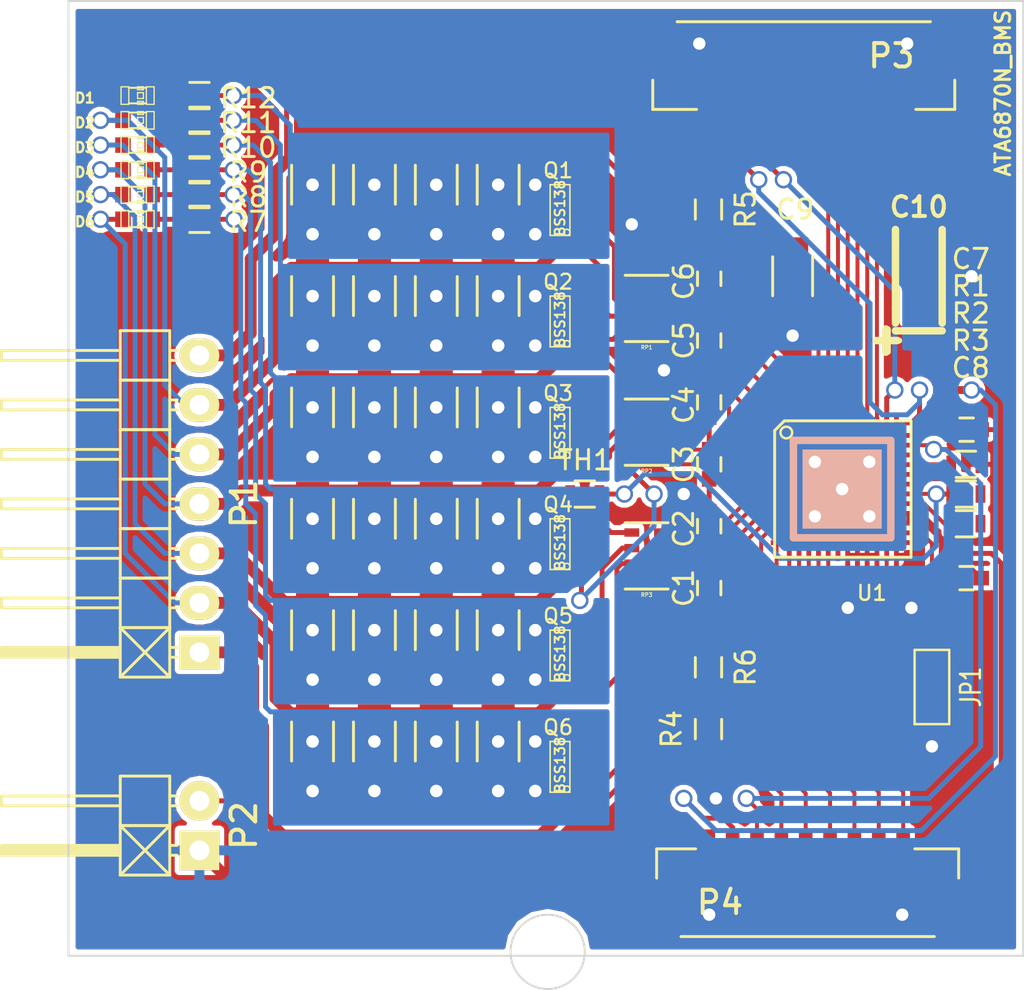
<source format=kicad_pcb>
(kicad_pcb (version 4) (host pcbnew "(2014-10-13 BZR 5186)-product")
  (title_block (title "BMS slave Prototype") (rev 1))
  (layers (0 F.Cu signal) (31 B.Cu signal) (34 B.Paste user) (35 F.Paste user) (36 B.SilkS user) (37 F.SilkS user) (38 B.Mask user) (39 F.Mask user) (44 Edge.Cuts user))
  (net 0 "")
  (net 1 +BATT)
  (net 2 GND)
  (net 3 +3.3V)
  (net 4 "Net-(D1-Pad1)")
  (net 5 "Net-(D1-Pad2)")
  (net 6 "Net-(D2-Pad1)")
  (net 7 "Net-(D2-Pad2)")
  (net 8 "Net-(D3-Pad1)")
  (net 9 "Net-(D3-Pad2)")
  (net 10 "Net-(D4-Pad1)")
  (net 11 "Net-(D4-Pad2)")
  (net 12 "Net-(D5-Pad1)")
  (net 13 "Net-(D5-Pad2)")
  (net 14 "Net-(D6-Pad1)")
  (net 15 "Net-(D6-Pad2)")
  (net 16 "Net-(JP1-Pad2)")
  (net 17 "Net-(P1-Pad1)")
  (net 18 "Net-(P2-Pad2)")
  (net 19 "Net-(P3-Pad1)")
  (net 20 "Net-(P3-Pad2)")
  (net 21 "Net-(P3-Pad3)")
  (net 22 "Net-(P3-Pad4)")
  (net 23 "Net-(P3-Pad5)")
  (net 24 "Net-(P3-Pad6)")
  (net 25 "Net-(P3-Pad7)")
  (net 26 "Net-(P3-Pad8)")
  (net 27 "Net-(P4-Pad4)")
  (net 28 "Net-(P4-Pad5)")
  (net 29 "Net-(P4-Pad6)")
  (net 30 "Net-(P4-Pad7)")
  (net 31 "Net-(P4-Pad8)")
  (net 32 "Net-(P4-Pad9)")
  (net 33 /DISCH6)
  (net 34 /DISCH5)
  (net 35 /DISCH4)
  (net 36 /DISCH3)
  (net 37 /DISCH2)
  (net 38 /DISCH1)
  (net 39 "Net-(Q1-Pad3)")
  (net 40 "Net-(Q2-Pad3)")
  (net 41 "Net-(Q3-Pad3)")
  (net 42 "Net-(Q4-Pad3)")
  (net 43 "Net-(Q5-Pad3)")
  (net 44 "Net-(Q6-Pad3)")
  (net 45 "Net-(P4-Pad3)")
  (net 46 "Net-(C1-Pad1)")
  (net 47 "Net-(C1-Pad2)")
  (net 48 "Net-(C2-Pad1)")
  (net 49 "Net-(C3-Pad1)")
  (net 50 "Net-(C4-Pad1)")
  (net 51 "Net-(C5-Pad1)")
  (net 52 "Net-(C6-Pad1)")
  (net 53 "Net-(C8-Pad1)")
  (net 54 "Net-(R1-Pad2)")
  (net 55 "Net-(R2-Pad1)")
  (net 56 "Net-(R2-Pad2)")
  (net 57 "Net-(Q1-Pad1)")
  (net 58 "Net-(Q2-Pad1)")
  (net 59 "Net-(Q3-Pad1)")
  (net 60 "Net-(Q4-Pad1)")
  (net 61 "Net-(Q5-Pad1)")
  (net 62 "Net-(Q6-Pad1)")
  (net 63 ThermalGnd)
  (module MasCustomParts:Connector_SMD_GH_SIDECONN_1X9_1.25MM_45515711ND (layer F.Cu) (at 203.835 151.765)
    (fp_text reference P4 (at -4.4 -0.5) (layer F.SilkS) (effects (font (size 1.2 1.2) (thickness 0.2))))
    (fp_text value CONN_01X09 hide)
    (pad 1 smd rect (at -5 -3.4) (size 0.7 1.7) (layers F.Cu F.Paste F.Mask) (net 2 GND))
    (pad "" smd rect (at -7.15 0) (size 1 2.8) (layers F.Cu F.Paste F.Mask))
    (pad 2 smd rect (at -3.75 -3.4) (size 0.7 1.7) (layers F.Cu F.Paste F.Mask) (net 3 +3.3V))
    (pad 3 smd rect (at -2.5 -3.4) (size 0.7 1.7) (layers F.Cu F.Paste F.Mask) (net 45 "Net-(P4-Pad3)"))
    (pad 4 smd rect (at -1.25 -3.4) (size 0.7 1.7) (layers F.Cu F.Paste F.Mask) (net 27 "Net-(P4-Pad4)"))
    (pad 5 smd rect (at 0 -3.4) (size 0.7 1.7) (layers F.Cu F.Paste F.Mask) (net 28 "Net-(P4-Pad5)"))
    (pad 6 smd rect (at 1.25 -3.4) (size 0.7 1.7) (layers F.Cu F.Paste F.Mask) (net 29 "Net-(P4-Pad6)"))
    (pad 7 smd rect (at 2.5 -3.4) (size 0.7 1.7) (layers F.Cu F.Paste F.Mask) (net 30 "Net-(P4-Pad7)"))
    (pad 8 smd rect (at 3.75 -3.4) (size 0.7 1.7) (layers F.Cu F.Paste F.Mask) (net 31 "Net-(P4-Pad8)"))
    (pad 9 smd rect (at 5 -3.4) (size 0.7 1.7) (layers F.Cu F.Paste F.Mask) (net 32 "Net-(P4-Pad9)"))
    (pad "" smd rect (at 7.35 0) (size 1 2.8) (layers F.Cu F.Paste F.Mask))
  )
  (module Capacitors_Tantalum_SMD:TantalC_SizeA_EIA-3216_Reflow (layer F.Cu) (at 209.6404 119.1282 90)
    (fp_text reference C10 (at 3.556 0 180) (layer F.SilkS) (effects (font (size 1.016 1.016) (thickness 0.2032))))
    (fp_text value "33uF PolC" hide)
    (fp_text user + (at -3.29946 -1.69926 90) (layer F.SilkS) (effects (font (thickness 0.3048))))
    (pad 2 smd rect (at 1.3589 0 90) (size 1.95072 1.50114) (layers F.Cu F.Paste F.Mask) (net 2 GND))
    (pad 1 smd rect (at -1.3589 0 90) (size 1.95072 1.50114) (layers F.Cu F.Paste F.Mask) (net 3 +3.3V))
  )
  (module Capacitors_SMD:C_0603 (layer F.Cu) (at 198.882 119.253 270)
    (fp_text reference C6 (at 0.1292 1.3066 270) (layer F.SilkS))
    (fp_text value 100nF hide)
    (pad 1 smd rect (at -0.75 0 270) (size 0.8 0.75) (layers F.Cu F.Paste F.Mask) (net 52 "Net-(C6-Pad1)"))
    (pad 2 smd rect (at 0.75 0 270) (size 0.8 0.75) (layers F.Cu F.Paste F.Mask) (net 51 "Net-(C5-Pad1)"))
  )
  (module Capacitors_SMD:C_0603 (layer F.Cu) (at 198.882 122.428 270)
    (fp_text reference C5 (at 0.0022 1.3066 270) (layer F.SilkS))
    (fp_text value 100nF hide)
    (pad 1 smd rect (at -0.75 0 270) (size 0.8 0.75) (layers F.Cu F.Paste F.Mask) (net 51 "Net-(C5-Pad1)"))
    (pad 2 smd rect (at 0.75 0 270) (size 0.8 0.75) (layers F.Cu F.Paste F.Mask) (net 50 "Net-(C4-Pad1)"))
  )
  (module Capacitors_SMD:C_0603 (layer F.Cu) (at 198.882 125.603 270)
    (fp_text reference C4 (at 0.1292 1.3066 270) (layer F.SilkS))
    (fp_text value 100nF hide)
    (pad 1 smd rect (at -0.75 0 270) (size 0.8 0.75) (layers F.Cu F.Paste F.Mask) (net 50 "Net-(C4-Pad1)"))
    (pad 2 smd rect (at 0.75 0 270) (size 0.8 0.75) (layers F.Cu F.Paste F.Mask) (net 49 "Net-(C3-Pad1)"))
  )
  (module Capacitors_SMD:C_0603 (layer F.Cu) (at 198.882 128.778 270)
    (fp_text reference C3 (at 0.0022 1.3066 270) (layer F.SilkS))
    (fp_text value 100nF hide)
    (pad 1 smd rect (at -0.75 0 270) (size 0.8 0.75) (layers F.Cu F.Paste F.Mask) (net 49 "Net-(C3-Pad1)"))
    (pad 2 smd rect (at 0.75 0 270) (size 0.8 0.75) (layers F.Cu F.Paste F.Mask) (net 48 "Net-(C2-Pad1)"))
  )
  (module Capacitors_SMD:C_0603 (layer F.Cu) (at 198.882 131.953 270)
    (fp_text reference C2 (at 0.1292 1.3066 270) (layer F.SilkS))
    (fp_text value 100nF hide)
    (pad 1 smd rect (at -0.75 0 270) (size 0.8 0.75) (layers F.Cu F.Paste F.Mask) (net 48 "Net-(C2-Pad1)"))
    (pad 2 smd rect (at 0.75 0 270) (size 0.8 0.75) (layers F.Cu F.Paste F.Mask) (net 46 "Net-(C1-Pad1)"))
  )
  (module Capacitors_SMD:C_0603 (layer F.Cu) (at 198.882 135.128 270)
    (fp_text reference C1 (at 0.0022 1.3066 270) (layer F.SilkS))
    (fp_text value 100nF hide)
    (pad 1 smd rect (at -0.75 0 270) (size 0.8 0.75) (layers F.Cu F.Paste F.Mask) (net 46 "Net-(C1-Pad1)"))
    (pad 2 smd rect (at 0.75 0 270) (size 0.8 0.75) (layers F.Cu F.Paste F.Mask) (net 47 "Net-(C1-Pad2)"))
  )
  (module Capacitors_SMD:C_0603 (layer F.Cu) (at 212.09 134.62)
    (fp_text reference C8 (at 0.2174 -10.7928) (layer F.SilkS))
    (fp_text value 100nF hide)
    (pad 1 smd rect (at -0.75 0) (size 0.8 0.75) (layers F.Cu F.Paste F.Mask) (net 53 "Net-(C8-Pad1)"))
    (pad 2 smd rect (at 0.75 0) (size 0.8 0.75) (layers F.Cu F.Paste F.Mask) (net 2 GND))
  )
  (module Capacitors_SMD:C_0603 (layer F.Cu) (at 212.09 127)
    (fp_text reference C7 (at 0.2174 -8.7608) (layer F.SilkS))
    (fp_text value 100nF hide)
    (pad 1 smd rect (at -0.75 0) (size 0.8 0.75) (layers F.Cu F.Paste F.Mask) (net 3 +3.3V))
    (pad 2 smd rect (at 0.75 0) (size 0.8 0.75) (layers F.Cu F.Paste F.Mask) (net 2 GND))
  )
  (module LEDs:LED-0603 (layer F.Cu) (at 169.545 109.855)
    (fp_text reference D1 (at -2.7036 0.1292) (layer F.SilkS) (effects (font (size 0.508 0.508) (thickness 0.127))))
    (fp_text value LED hide)
    (pad 1 smd rect (at -0.7493 0) (size 0.79756 0.79756) (layers F.Cu F.Paste F.Mask) (net 4 "Net-(D1-Pad1)"))
    (pad 2 smd rect (at 0.7493 0) (size 0.79756 0.79756) (layers F.Cu F.Paste F.Mask) (net 5 "Net-(D1-Pad2)"))
  )
  (module LEDs:LED-0603 (layer F.Cu) (at 169.545 111.125)
    (fp_text reference D2 (at -2.7036 0.1292) (layer F.SilkS) (effects (font (size 0.508 0.508) (thickness 0.127))))
    (fp_text value LED hide)
    (pad 1 smd rect (at -0.7493 0) (size 0.79756 0.79756) (layers F.Cu F.Paste F.Mask) (net 6 "Net-(D2-Pad1)"))
    (pad 2 smd rect (at 0.7493 0) (size 0.79756 0.79756) (layers F.Cu F.Paste F.Mask) (net 7 "Net-(D2-Pad2)"))
  )
  (module LEDs:LED-0603 (layer F.Cu) (at 169.545 112.395)
    (fp_text reference D3 (at -2.7036 0.1292) (layer F.SilkS) (effects (font (size 0.508 0.508) (thickness 0.127))))
    (fp_text value LED hide)
    (pad 1 smd rect (at -0.7493 0) (size 0.79756 0.79756) (layers F.Cu F.Paste F.Mask) (net 8 "Net-(D3-Pad1)"))
    (pad 2 smd rect (at 0.7493 0) (size 0.79756 0.79756) (layers F.Cu F.Paste F.Mask) (net 9 "Net-(D3-Pad2)"))
  )
  (module LEDs:LED-0603 (layer F.Cu) (at 169.545 113.665)
    (fp_text reference D4 (at -2.7036 0.1292) (layer F.SilkS) (effects (font (size 0.508 0.508) (thickness 0.127))))
    (fp_text value LED hide)
    (pad 1 smd rect (at -0.7493 0) (size 0.79756 0.79756) (layers F.Cu F.Paste F.Mask) (net 10 "Net-(D4-Pad1)"))
    (pad 2 smd rect (at 0.7493 0) (size 0.79756 0.79756) (layers F.Cu F.Paste F.Mask) (net 11 "Net-(D4-Pad2)"))
  )
  (module LEDs:LED-0603 (layer F.Cu) (at 169.545 114.935)
    (fp_text reference D5 (at -2.7036 0.1292) (layer F.SilkS) (effects (font (size 0.508 0.508) (thickness 0.127))))
    (fp_text value LED hide)
    (pad 1 smd rect (at -0.7493 0) (size 0.79756 0.79756) (layers F.Cu F.Paste F.Mask) (net 12 "Net-(D5-Pad1)"))
    (pad 2 smd rect (at 0.7493 0) (size 0.79756 0.79756) (layers F.Cu F.Paste F.Mask) (net 13 "Net-(D5-Pad2)"))
  )
  (module LEDs:LED-0603 (layer F.Cu) (at 169.545 116.205)
    (fp_text reference D6 (at -2.7036 0.1292) (layer F.SilkS) (effects (font (size 0.508 0.508) (thickness 0.127))))
    (fp_text value LED hide)
    (pad 1 smd rect (at -0.7493 0) (size 0.79756 0.79756) (layers F.Cu F.Paste F.Mask) (net 14 "Net-(D6-Pad1)"))
    (pad 2 smd rect (at 0.7493 0) (size 0.79756 0.79756) (layers F.Cu F.Paste F.Mask) (net 15 "Net-(D6-Pad2)"))
  )
  (module Connect:GS3 (layer F.Cu) (at 210.312 140.208)
    (fp_text reference JP1 (at 1.9954 0.0022 90) (layer F.SilkS) (effects (font (size 1.016 0.762) (thickness 0.127))))
    (fp_text value JUMPER3 hide)
    (pad 1 smd rect (at 0 -1.27) (size 1.27 0.9652) (layers F.Cu F.Paste F.Mask) (net 53 "Net-(C8-Pad1)"))
    (pad 2 smd rect (at 0 0) (size 1.27 0.9652) (layers F.Cu F.Paste F.Mask) (net 16 "Net-(JP1-Pad2)"))
    (pad 3 smd rect (at 0 1.27) (size 1.27 0.9652) (layers F.Cu F.Paste F.Mask) (net 2 GND))
  )
  (module Pin_Headers:Pin_Header_Angled_1x02 (layer F.Cu) (at 172.72 147.32 90)
    (fp_text reference P2 (at 0 2.286 90) (layer F.SilkS) (effects (font (size 1.27 1.27) (thickness 0.2032))))
    (fp_text value EXT-TMP hide)
    (pad 1 thru_hole rect (at -1.27 0 90) (size 2.032 2.032) (drill 1.016) (layers *.Cu *.Mask F.SilkS) (net 2 GND))
    (pad 2 thru_hole oval (at 1.27 0 90) (size 2.032 2.032) (drill 1.016) (layers *.Cu *.Mask F.SilkS) (net 18 "Net-(P2-Pad2)"))
  )
  (module Resistors_SMD:R_0603 (layer F.Cu) (at 172.72 109.855 180)
    (fp_text reference R12 (at -2.5034 -0.1292 180) (layer F.SilkS))
    (fp_text value 100Ω hide)
    (pad 1 smd rect (at -0.75 0 180) (size 0.5 0.9) (layers F.Cu F.Paste F.Mask) (net 39 "Net-(Q1-Pad3)"))
    (pad 2 smd rect (at 0.75 0 180) (size 0.5 0.9) (layers F.Cu F.Paste F.Mask) (net 5 "Net-(D1-Pad2)"))
  )
  (module Resistors_SMD:R_0603 (layer F.Cu) (at 172.72 111.125 180)
    (fp_text reference R11 (at -2.5034 -0.1292 180) (layer F.SilkS))
    (fp_text value 100Ω hide)
    (pad 1 smd rect (at -0.75 0 180) (size 0.5 0.9) (layers F.Cu F.Paste F.Mask) (net 40 "Net-(Q2-Pad3)"))
    (pad 2 smd rect (at 0.75 0 180) (size 0.5 0.9) (layers F.Cu F.Paste F.Mask) (net 7 "Net-(D2-Pad2)"))
  )
  (module Resistors_SMD:R_0603 (layer F.Cu) (at 172.72 112.395 180)
    (fp_text reference R10 (at -2.5034 -0.1292 180) (layer F.SilkS))
    (fp_text value 100Ω hide)
    (pad 1 smd rect (at -0.75 0 180) (size 0.5 0.9) (layers F.Cu F.Paste F.Mask) (net 41 "Net-(Q3-Pad3)"))
    (pad 2 smd rect (at 0.75 0 180) (size 0.5 0.9) (layers F.Cu F.Paste F.Mask) (net 9 "Net-(D3-Pad2)"))
  )
  (module Resistors_SMD:R_0603 (layer F.Cu) (at 172.72 113.665 180)
    (fp_text reference R9 (at -2.5034 -0.1292 180) (layer F.SilkS))
    (fp_text value 100Ω hide)
    (pad 1 smd rect (at -0.75 0 180) (size 0.5 0.9) (layers F.Cu F.Paste F.Mask) (net 42 "Net-(Q4-Pad3)"))
    (pad 2 smd rect (at 0.75 0 180) (size 0.5 0.9) (layers F.Cu F.Paste F.Mask) (net 11 "Net-(D4-Pad2)"))
  )
  (module Resistors_SMD:R_0603 (layer F.Cu) (at 172.72 114.935 180)
    (fp_text reference R8 (at -2.5034 -0.1292 180) (layer F.SilkS))
    (fp_text value 100Ω hide)
    (pad 1 smd rect (at -0.75 0 180) (size 0.5 0.9) (layers F.Cu F.Paste F.Mask) (net 43 "Net-(Q5-Pad3)"))
    (pad 2 smd rect (at 0.75 0 180) (size 0.5 0.9) (layers F.Cu F.Paste F.Mask) (net 13 "Net-(D5-Pad2)"))
  )
  (module Resistors_SMD:R_0603 (layer F.Cu) (at 172.72 116.205 180)
    (fp_text reference R7 (at -2.5034 -0.1292 180) (layer F.SilkS))
    (fp_text value 100Ω hide)
    (pad 1 smd rect (at -0.75 0 180) (size 0.5 0.9) (layers F.Cu F.Paste F.Mask) (net 44 "Net-(Q6-Pad3)"))
    (pad 2 smd rect (at 0.75 0 180) (size 0.5 0.9) (layers F.Cu F.Paste F.Mask) (net 15 "Net-(D6-Pad2)"))
  )
  (module Resistors_SMD:R_0603 (layer F.Cu) (at 192.4954 130.3042 180)
    (fp_text reference TH1 (at -0.0022 1.7414 180) (layer F.SilkS))
    (fp_text value THERMISTOR hide)
    (pad 1 smd rect (at -0.75 0 180) (size 0.5 0.9) (layers F.Cu F.Paste F.Mask) (net 56 "Net-(R2-Pad2)"))
    (pad 2 smd rect (at 0.75 0 180) (size 0.5 0.9) (layers F.Cu F.Paste F.Mask) (net 2 GND))
  )
  (module SMD_Packages:QFN-48-1EP (layer F.Cu) (at 205.74 130.048)
    (fp_text reference U1 (at 1.4874 5.3362) (layer F.SilkS) (effects (font (size 0.762 0.762) (thickness 0.127))))
    (fp_text value ATA6870N_BMS (at 8.2184 -20.3178 90) (layer F.SilkS) (effects (font (size 0.762 0.762) (thickness 0.1524))))
    (pad 1 smd rect (at -3.39852 -2.74828) (size 0.59944 0.24892) (layers F.Cu F.Paste F.Mask) (net 34 /DISCH5))
    (pad 2 smd rect (at -3.39852 -2.2479) (size 0.59944 0.24892) (layers F.Cu F.Paste F.Mask) (net 50 "Net-(C4-Pad1)"))
    (pad 3 smd rect (at -3.39852 -1.74752) (size 0.59944 0.24892) (layers F.Cu F.Paste F.Mask) (net 35 /DISCH4))
    (pad 4 smd rect (at -3.39852 -1.24714) (size 0.59944 0.24892) (layers F.Cu F.Paste F.Mask) (net 49 "Net-(C3-Pad1)"))
    (pad 5 smd rect (at -3.39852 -0.7493) (size 0.59944 0.24892) (layers F.Cu F.Paste F.Mask) (net 36 /DISCH3))
    (pad 6 smd rect (at -3.39852 -0.24892) (size 0.59944 0.24892) (layers F.Cu F.Paste F.Mask) (net 48 "Net-(C2-Pad1)"))
    (pad 7 smd rect (at -3.39852 0.25146) (size 0.59944 0.24892) (layers F.Cu F.Paste F.Mask) (net 37 /DISCH2))
    (pad 8 smd rect (at -3.39852 0.75184) (size 0.59944 0.24892) (layers F.Cu F.Paste F.Mask) (net 46 "Net-(C1-Pad1)"))
    (pad 9 smd rect (at -3.39852 1.25222) (size 0.59944 0.24892) (layers F.Cu F.Paste F.Mask) (net 38 /DISCH1))
    (pad 10 smd rect (at -3.39852 1.7526) (size 0.59944 0.24892) (layers F.Cu F.Paste F.Mask) (net 47 "Net-(C1-Pad2)"))
    (pad 11 smd rect (at -3.39852 2.25298) (size 0.59944 0.24892) (layers F.Cu F.Paste F.Mask) (net 27 "Net-(P4-Pad4)"))
    (pad 12 smd rect (at -3.39852 2.75082) (size 0.59944 0.24892) (layers F.Cu F.Paste F.Mask) (net 28 "Net-(P4-Pad5)"))
    (pad 33 smd rect (at 3.39852 -1.25222) (size 0.59944 0.24892) (layers F.Cu F.Paste F.Mask))
    (pad 34 smd rect (at 3.39852 -1.75006) (size 0.59944 0.24892) (layers F.Cu F.Paste F.Mask) (net 53 "Net-(C8-Pad1)"))
    (pad 35 smd rect (at 3.39852 -2.25044) (size 0.59944 0.24892) (layers F.Cu F.Paste F.Mask) (net 45 "Net-(P4-Pad3)"))
    (pad 36 smd rect (at 3.39852 -2.75082) (size 0.59944 0.24892) (layers F.Cu F.Paste F.Mask) (net 3 +3.3V))
    (pad 17 smd rect (at -0.7493 3.40106) (size 0.24892 0.59944) (layers F.Cu F.Paste F.Mask) (net 16 "Net-(JP1-Pad2)"))
    (pad 18 smd rect (at -0.25 3.4) (size 0.24892 0.59944) (layers F.Cu F.Paste F.Mask))
    (pad 19 smd rect (at 0.24892 3.40106) (size 0.24892 0.59944) (layers F.Cu F.Paste F.Mask) (net 2 GND))
    (pad 20 smd rect (at 0.7493 3.40106) (size 0.24892 0.59944) (layers F.Cu F.Paste F.Mask) (net 2 GND))
    (pad 21 smd rect (at 1.24968 3.40106) (size 0.24892 0.59944) (layers F.Cu F.Paste F.Mask) (net 2 GND))
    (pad 22 smd rect (at 1.75006 3.40106) (size 0.24892 0.59944) (layers F.Cu F.Paste F.Mask) (net 2 GND))
    (pad 23 smd rect (at 2.25044 3.40106) (size 0.24892 0.59944) (layers F.Cu F.Paste F.Mask) (net 53 "Net-(C8-Pad1)"))
    (pad 24 smd rect (at 2.75082 3.40106) (size 0.24892 0.59944) (layers F.Cu F.Paste F.Mask) (net 2 GND))
    (pad 13 smd rect (at -2.74828 3.40106) (size 0.24892 0.59944) (layers F.Cu F.Paste F.Mask) (net 29 "Net-(P4-Pad6)"))
    (pad 14 smd rect (at -2.2479 3.40106) (size 0.24892 0.59944) (layers F.Cu F.Paste F.Mask) (net 30 "Net-(P4-Pad7)"))
    (pad 15 smd rect (at -1.74752 3.40106) (size 0.24892 0.59944) (layers F.Cu F.Paste F.Mask) (net 31 "Net-(P4-Pad8)"))
    (pad 16 smd rect (at -1.24968 3.40106) (size 0.24892 0.59944) (layers F.Cu F.Paste F.Mask) (net 32 "Net-(P4-Pad9)"))
    (pad 25 smd rect (at 3.39852 2.74828) (size 0.59944 0.24892) (layers F.Cu F.Paste F.Mask))
    (pad 26 smd rect (at 3.40106 2.2479) (size 0.59944 0.24892) (layers F.Cu F.Paste F.Mask) (net 53 "Net-(C8-Pad1)"))
    (pad 27 smd rect (at 3.40106 1.75006) (size 0.59944 0.24892) (layers F.Cu F.Paste F.Mask) (net 2 GND))
    (pad 28 smd rect (at 3.40106 1.24968) (size 0.59944 0.24892) (layers F.Cu F.Paste F.Mask) (net 2 GND))
    (pad 29 smd rect (at 3.40106 0.7493) (size 0.59944 0.24892) (layers F.Cu F.Paste F.Mask) (net 18 "Net-(P2-Pad2)"))
    (pad 30 smd rect (at 3.40106 0.24892) (size 0.59944 0.24892) (layers F.Cu F.Paste F.Mask) (net 56 "Net-(R2-Pad2)"))
    (pad 31 smd rect (at 3.40106 -0.25146) (size 0.59944 0.24892) (layers F.Cu F.Paste F.Mask) (net 55 "Net-(R2-Pad1)"))
    (pad 32 smd rect (at 3.40106 -0.75184) (size 0.59944 0.24892) (layers F.Cu F.Paste F.Mask) (net 54 "Net-(R1-Pad2)"))
    (pad 37 smd rect (at 2.75082 -3.39852) (size 0.24892 0.59944) (layers F.Cu F.Paste F.Mask) (net 26 "Net-(P3-Pad8)"))
    (pad 38 smd rect (at 2.25044 -3.39852) (size 0.24892 0.59944) (layers F.Cu F.Paste F.Mask) (net 25 "Net-(P3-Pad7)"))
    (pad 39 smd rect (at 1.75006 -3.39852) (size 0.24892 0.59944) (layers F.Cu F.Paste F.Mask) (net 19 "Net-(P3-Pad1)"))
    (pad 40 smd rect (at 1.25222 -3.39852) (size 0.24892 0.59944) (layers F.Cu F.Paste F.Mask) (net 20 "Net-(P3-Pad2)"))
    (pad 41 smd rect (at 0.75184 -3.39852) (size 0.24892 0.59944) (layers F.Cu F.Paste F.Mask) (net 21 "Net-(P3-Pad3)"))
    (pad 42 smd rect (at 0.25146 -3.39852) (size 0.24892 0.59944) (layers F.Cu F.Paste F.Mask) (net 22 "Net-(P3-Pad4)"))
    (pad 43 smd rect (at -0.24892 -3.39852) (size 0.24892 0.59944) (layers F.Cu F.Paste F.Mask) (net 23 "Net-(P3-Pad5)"))
    (pad 44 smd rect (at -0.7493 -3.39852) (size 0.24892 0.59944) (layers F.Cu F.Paste F.Mask) (net 24 "Net-(P3-Pad6)"))
    (pad 45 smd rect (at -1.24968 -3.39852) (size 0.24892 0.59944) (layers F.Cu F.Paste F.Mask) (net 1 +BATT))
    (pad 46 smd rect (at -1.75006 -3.39852) (size 0.24892 0.59944) (layers F.Cu F.Paste F.Mask) (net 52 "Net-(C6-Pad1)"))
    (pad 47 smd rect (at -2.2479 -3.39852) (size 0.24892 0.59944) (layers F.Cu F.Paste F.Mask) (net 33 /DISCH6))
    (pad 48 smd rect (at -2.74828 -3.39852) (size 0.24892 0.59944) (layers F.Cu F.Paste F.Mask) (net 51 "Net-(C5-Pad1)"))
    (pad 49 smd rect (at 0 0 270) (size 5.15 5.15) (layers F.Cu F.Paste F.Mask))
  )
  (module MasCustomParts:Connector_SMD_GH_SIDECONN_1X9_1.25MM_45515711ND (layer F.Cu) (at 203.835 107.315 180)
    (fp_text reference P3 (at -4.4 -0.5 180) (layer F.SilkS) (effects (font (size 1.2 1.2) (thickness 0.2))))
    (fp_text value CONN_01X09 hide)
    (pad 1 smd rect (at -5 -3.4 180) (size 0.7 1.7) (layers F.Cu F.Paste F.Mask) (net 19 "Net-(P3-Pad1)"))
    (pad "" smd rect (at -7.15 0 180) (size 1 2.8) (layers F.Cu F.Paste F.Mask))
    (pad 2 smd rect (at -3.75 -3.4 180) (size 0.7 1.7) (layers F.Cu F.Paste F.Mask) (net 20 "Net-(P3-Pad2)"))
    (pad 3 smd rect (at -2.5 -3.4 180) (size 0.7 1.7) (layers F.Cu F.Paste F.Mask) (net 21 "Net-(P3-Pad3)"))
    (pad 4 smd rect (at -1.25 -3.4 180) (size 0.7 1.7) (layers F.Cu F.Paste F.Mask) (net 22 "Net-(P3-Pad4)"))
    (pad 5 smd rect (at 0 -3.4 180) (size 0.7 1.7) (layers F.Cu F.Paste F.Mask) (net 23 "Net-(P3-Pad5)"))
    (pad 6 smd rect (at 1.25 -3.4 180) (size 0.7 1.7) (layers F.Cu F.Paste F.Mask) (net 24 "Net-(P3-Pad6)"))
    (pad 7 smd rect (at 2.5 -3.4 180) (size 0.7 1.7) (layers F.Cu F.Paste F.Mask) (net 25 "Net-(P3-Pad7)"))
    (pad 8 smd rect (at 3.75 -3.4 180) (size 0.7 1.7) (layers F.Cu F.Paste F.Mask) (net 26 "Net-(P3-Pad8)"))
    (pad 9 smd rect (at 5 -3.4 180) (size 0.7 1.7) (layers F.Cu F.Paste F.Mask) (net 1 +BATT))
    (pad "" smd rect (at 7.35 0 180) (size 1 2.8) (layers F.Cu F.Paste F.Mask))
  )
  (module Capacitors_SMD:C_1206 (layer F.Cu) (at 203.1634 119.1282 270)
    (fp_text reference C9 (at -3.429 -0.127 360) (layer F.SilkS))
    (fp_text value "10uF PolC" hide)
    (pad 1 smd rect (at -1.5 0 270) (size 1 1.6) (layers F.Cu F.Paste F.Mask) (net 1 +BATT))
    (pad 2 smd rect (at 1.5 0 270) (size 1 1.6) (layers F.Cu F.Paste F.Mask) (net 2 GND))
  )
  (module Pin_Headers:Pin_Header_Angled_1x07 (layer F.Cu) (at 172.72 130.81 90)
    (fp_text reference P1 (at 0 2.286 90) (layer F.SilkS) (effects (font (size 1.27 1.27) (thickness 0.2032))))
    (fp_text value CONN_01X07 hide)
    (pad 1 thru_hole rect (at -7.62 0 90) (size 1.7272 2.032) (drill 1.016) (layers *.Cu *.Mask F.SilkS) (net 17 "Net-(P1-Pad1)"))
    (pad 2 thru_hole oval (at -5.08 0 90) (size 1.7272 2.032) (drill 1.016) (layers *.Cu *.Mask F.SilkS) (net 14 "Net-(D6-Pad1)"))
    (pad 3 thru_hole oval (at -2.54 0 90) (size 1.7272 2.032) (drill 1.016) (layers *.Cu *.Mask F.SilkS) (net 12 "Net-(D5-Pad1)"))
    (pad 4 thru_hole oval (at 0 0 90) (size 1.7272 2.032) (drill 1.016) (layers *.Cu *.Mask F.SilkS) (net 10 "Net-(D4-Pad1)"))
    (pad 5 thru_hole oval (at 2.54 0 90) (size 1.7272 2.032) (drill 1.016) (layers *.Cu *.Mask F.SilkS) (net 8 "Net-(D3-Pad1)"))
    (pad 6 thru_hole oval (at 5.08 0 90) (size 1.7272 2.032) (drill 1.016) (layers *.Cu *.Mask F.SilkS) (net 6 "Net-(D2-Pad1)"))
    (pad 7 thru_hole oval (at 7.62 0 90) (size 1.7272 2.032) (drill 1.016) (layers *.Cu *.Mask F.SilkS) (net 4 "Net-(D1-Pad1)"))
  )
  (module Resistors_SMD:R_0603 (layer F.Cu) (at 212.0534 128.7802 180)
    (fp_text reference R1 (at -0.254 9.144 180) (layer F.SilkS))
    (fp_text value 121KΩ hide)
    (pad 1 smd rect (at -0.75 0 180) (size 0.5 0.9) (layers F.Cu F.Paste F.Mask) (net 2 GND))
    (pad 2 smd rect (at 0.75 0 180) (size 0.5 0.9) (layers F.Cu F.Paste F.Mask) (net 54 "Net-(R1-Pad2)"))
  )
  (module Resistors_SMD:R_0603 (layer F.Cu) (at 212.0534 130.3042 180)
    (fp_text reference R2 (at -0.254 9.271 180) (layer F.SilkS))
    (fp_text value 10KΩ hide)
    (pad 1 smd rect (at -0.75 0 180) (size 0.5 0.9) (layers F.Cu F.Paste F.Mask) (net 55 "Net-(R2-Pad1)"))
    (pad 2 smd rect (at 0.75 0 180) (size 0.5 0.9) (layers F.Cu F.Paste F.Mask) (net 56 "Net-(R2-Pad2)"))
  )
  (module Resistors_SMD:R_0603 (layer F.Cu) (at 212.0534 131.8282 180)
    (fp_text reference R3 (at -0.254 9.398 180) (layer F.SilkS))
    (fp_text value 10KΩ hide)
    (pad 1 smd rect (at -0.75 0 180) (size 0.5 0.9) (layers F.Cu F.Paste F.Mask) (net 55 "Net-(R2-Pad1)"))
    (pad 2 smd rect (at 0.75 0 180) (size 0.5 0.9) (layers F.Cu F.Paste F.Mask) (net 18 "Net-(P2-Pad2)"))
  )
  (module Resistors_SMD:R_0603 (layer F.Cu) (at 198.8454 142.3692 90)
    (fp_text reference R4 (at 0 -1.9 90) (layer F.SilkS))
    (fp_text value 10Ω hide)
    (pad 1 smd rect (at -0.75 0 90) (size 0.5 0.9) (layers F.Cu F.Paste F.Mask) (net 2 GND))
    (pad 2 smd rect (at 0.75 0 90) (size 0.5 0.9) (layers F.Cu F.Paste F.Mask) (net 17 "Net-(P1-Pad1)"))
  )
  (module Resistors_SMD:R_0603 (layer F.Cu) (at 198.8454 115.6992 270)
    (fp_text reference R5 (at 0 -1.9 270) (layer F.SilkS))
    (fp_text value 10Ω hide)
    (pad 1 smd rect (at -0.75 0 270) (size 0.5 0.9) (layers F.Cu F.Paste F.Mask) (net 1 +BATT))
    (pad 2 smd rect (at 0.75 0 270) (size 0.5 0.9) (layers F.Cu F.Paste F.Mask) (net 4 "Net-(D1-Pad1)"))
  )
  (module Resistors_SMD:R_1206 (layer F.Cu) (at 181.7004 114.4292 270)
    (fp_text reference R20)
    (fp_text value 82.5Ω hide)
    (pad 1 smd rect (at -1.45 0 270) (size 0.9 1.7) (layers F.Cu F.Paste F.Mask) (net 4 "Net-(D1-Pad1)"))
    (pad 2 smd rect (at 1.45 0 270) (size 0.9 1.7) (layers F.Cu F.Paste F.Mask) (net 39 "Net-(Q1-Pad3)"))
  )
  (module Resistors_SMD:R_1206 (layer F.Cu) (at 178.5254 114.4292 270)
    (fp_text reference R21)
    (fp_text value 82.5Ω hide)
    (pad 1 smd rect (at -1.45 0 270) (size 0.9 1.7) (layers F.Cu F.Paste F.Mask) (net 4 "Net-(D1-Pad1)"))
    (pad 2 smd rect (at 1.45 0 270) (size 0.9 1.7) (layers F.Cu F.Paste F.Mask) (net 39 "Net-(Q1-Pad3)"))
  )
  (module Resistors_SMD:R_1206 (layer F.Cu) (at 181.7004 120.1442 270)
    (fp_text reference R25)
    (fp_text value 82.5Ω hide)
    (pad 1 smd rect (at -1.45 0 270) (size 0.9 1.7) (layers F.Cu F.Paste F.Mask) (net 6 "Net-(D2-Pad1)"))
    (pad 2 smd rect (at 1.45 0 270) (size 0.9 1.7) (layers F.Cu F.Paste F.Mask) (net 40 "Net-(Q2-Pad3)"))
  )
  (module Resistors_SMD:R_1206 (layer F.Cu) (at 184.8754 120.1442 270)
    (fp_text reference R26)
    (fp_text value 82.5Ω hide)
    (pad 1 smd rect (at -1.45 0 270) (size 0.9 1.7) (layers F.Cu F.Paste F.Mask) (net 6 "Net-(D2-Pad1)"))
    (pad 2 smd rect (at 1.45 0 270) (size 0.9 1.7) (layers F.Cu F.Paste F.Mask) (net 40 "Net-(Q2-Pad3)"))
  )
  (module Resistors_SMD:R_1206 (layer F.Cu) (at 188.0504 120.1442 270)
    (fp_text reference R27)
    (fp_text value 82.5Ω hide)
    (pad 1 smd rect (at -1.45 0 270) (size 0.9 1.7) (layers F.Cu F.Paste F.Mask) (net 6 "Net-(D2-Pad1)"))
    (pad 2 smd rect (at 1.45 0 270) (size 0.9 1.7) (layers F.Cu F.Paste F.Mask) (net 40 "Net-(Q2-Pad3)"))
  )
  (module Resistors_SMD:R_1206 (layer F.Cu) (at 184.8754 125.8592 270)
    (fp_text reference R28)
    (fp_text value 82.5Ω hide)
    (pad 1 smd rect (at -1.45 0 270) (size 0.9 1.7) (layers F.Cu F.Paste F.Mask) (net 8 "Net-(D3-Pad1)"))
    (pad 2 smd rect (at 1.45 0 270) (size 0.9 1.7) (layers F.Cu F.Paste F.Mask) (net 41 "Net-(Q3-Pad3)"))
  )
  (module Resistors_SMD:R_1206 (layer F.Cu) (at 188.0504 125.8592 270)
    (fp_text reference R29)
    (fp_text value 82.5Ω hide)
    (pad 1 smd rect (at -1.45 0 270) (size 0.9 1.7) (layers F.Cu F.Paste F.Mask) (net 8 "Net-(D3-Pad1)"))
    (pad 2 smd rect (at 1.45 0 270) (size 0.9 1.7) (layers F.Cu F.Paste F.Mask) (net 41 "Net-(Q3-Pad3)"))
  )
  (module Resistors_SMD:R_1206 (layer F.Cu) (at 181.7004 125.8592 270)
    (fp_text reference R30)
    (fp_text value 82.5Ω hide)
    (pad 1 smd rect (at -1.45 0 270) (size 0.9 1.7) (layers F.Cu F.Paste F.Mask) (net 8 "Net-(D3-Pad1)"))
    (pad 2 smd rect (at 1.45 0 270) (size 0.9 1.7) (layers F.Cu F.Paste F.Mask) (net 41 "Net-(Q3-Pad3)"))
  )
  (module Resistors_SMD:R_1206 (layer F.Cu) (at 178.5254 125.8592 270)
    (fp_text reference R31)
    (fp_text value 82.5Ω hide)
    (pad 1 smd rect (at -1.45 0 270) (size 0.9 1.7) (layers F.Cu F.Paste F.Mask) (net 8 "Net-(D3-Pad1)"))
    (pad 2 smd rect (at 1.45 0 270) (size 0.9 1.7) (layers F.Cu F.Paste F.Mask) (net 41 "Net-(Q3-Pad3)"))
  )
  (module Resistors_SMD:R_1206 (layer F.Cu) (at 188.0504 131.5742 270)
    (fp_text reference R32)
    (fp_text value 82.5Ω hide)
    (pad 1 smd rect (at -1.45 0 270) (size 0.9 1.7) (layers F.Cu F.Paste F.Mask) (net 10 "Net-(D4-Pad1)"))
    (pad 2 smd rect (at 1.45 0 270) (size 0.9 1.7) (layers F.Cu F.Paste F.Mask) (net 42 "Net-(Q4-Pad3)"))
  )
  (module Resistors_SMD:R_1206 (layer F.Cu) (at 184.8754 131.5742 270)
    (fp_text reference R33)
    (fp_text value 82.5Ω hide)
    (pad 1 smd rect (at -1.45 0 270) (size 0.9 1.7) (layers F.Cu F.Paste F.Mask) (net 10 "Net-(D4-Pad1)"))
    (pad 2 smd rect (at 1.45 0 270) (size 0.9 1.7) (layers F.Cu F.Paste F.Mask) (net 42 "Net-(Q4-Pad3)"))
  )
  (module Resistors_SMD:R_1206 (layer F.Cu) (at 181.7004 131.5742 270)
    (fp_text reference R34)
    (fp_text value 82.5Ω hide)
    (pad 1 smd rect (at -1.45 0 270) (size 0.9 1.7) (layers F.Cu F.Paste F.Mask) (net 10 "Net-(D4-Pad1)"))
    (pad 2 smd rect (at 1.45 0 270) (size 0.9 1.7) (layers F.Cu F.Paste F.Mask) (net 42 "Net-(Q4-Pad3)"))
  )
  (module Resistors_SMD:R_1206 (layer F.Cu) (at 188.0504 137.2892 270)
    (fp_text reference R35)
    (fp_text value 82.5Ω hide)
    (pad 1 smd rect (at -1.45 0 270) (size 0.9 1.7) (layers F.Cu F.Paste F.Mask) (net 12 "Net-(D5-Pad1)"))
    (pad 2 smd rect (at 1.45 0 270) (size 0.9 1.7) (layers F.Cu F.Paste F.Mask) (net 43 "Net-(Q5-Pad3)"))
  )
  (module Resistors_SMD:R_1206 (layer F.Cu) (at 178.5254 137.2892 270)
    (fp_text reference R36)
    (fp_text value 82.5Ω hide)
    (pad 1 smd rect (at -1.45 0 270) (size 0.9 1.7) (layers F.Cu F.Paste F.Mask) (net 12 "Net-(D5-Pad1)"))
    (pad 2 smd rect (at 1.45 0 270) (size 0.9 1.7) (layers F.Cu F.Paste F.Mask) (net 43 "Net-(Q5-Pad3)"))
  )
  (module Resistors_SMD:R_1206 (layer F.Cu) (at 181.7004 137.2892 270)
    (fp_text reference R37)
    (fp_text value 82.5Ω hide)
    (pad 1 smd rect (at -1.45 0 270) (size 0.9 1.7) (layers F.Cu F.Paste F.Mask) (net 12 "Net-(D5-Pad1)"))
    (pad 2 smd rect (at 1.45 0 270) (size 0.9 1.7) (layers F.Cu F.Paste F.Mask) (net 43 "Net-(Q5-Pad3)"))
  )
  (module Resistors_SMD:R_1206 (layer F.Cu) (at 184.8754 137.2892 270)
    (fp_text reference R38)
    (fp_text value 82.5Ω hide)
    (pad 1 smd rect (at -1.45 0 270) (size 0.9 1.7) (layers F.Cu F.Paste F.Mask) (net 12 "Net-(D5-Pad1)"))
    (pad 2 smd rect (at 1.45 0 270) (size 0.9 1.7) (layers F.Cu F.Paste F.Mask) (net 43 "Net-(Q5-Pad3)"))
  )
  (module Resistors_SMD:R_1206 (layer F.Cu) (at 184.8754 143.0042 270)
    (fp_text reference R39)
    (fp_text value 82.5Ω hide)
    (pad 1 smd rect (at -1.45 0 270) (size 0.9 1.7) (layers F.Cu F.Paste F.Mask) (net 14 "Net-(D6-Pad1)"))
    (pad 2 smd rect (at 1.45 0 270) (size 0.9 1.7) (layers F.Cu F.Paste F.Mask) (net 44 "Net-(Q6-Pad3)"))
  )
  (module Resistors_SMD:R_1206 (layer F.Cu) (at 188.0504 143.0042 270)
    (fp_text reference R40)
    (fp_text value 82.5Ω hide)
    (pad 1 smd rect (at -1.45 0 270) (size 0.9 1.7) (layers F.Cu F.Paste F.Mask) (net 14 "Net-(D6-Pad1)"))
    (pad 2 smd rect (at 1.45 0 270) (size 0.9 1.7) (layers F.Cu F.Paste F.Mask) (net 44 "Net-(Q6-Pad3)"))
  )
  (module Resistors_SMD:R_1206 (layer F.Cu) (at 181.7004 143.0042 270)
    (fp_text reference R41)
    (fp_text value 82.5Ω hide)
    (pad 1 smd rect (at -1.45 0 270) (size 0.9 1.7) (layers F.Cu F.Paste F.Mask) (net 14 "Net-(D6-Pad1)"))
    (pad 2 smd rect (at 1.45 0 270) (size 0.9 1.7) (layers F.Cu F.Paste F.Mask) (net 44 "Net-(Q6-Pad3)"))
  )
  (module Resistors_SMD:R_1206 (layer F.Cu) (at 178.5254 143.0042 270)
    (fp_text reference R42)
    (fp_text value 82.5Ω hide)
    (pad 1 smd rect (at -1.45 0 270) (size 0.9 1.7) (layers F.Cu F.Paste F.Mask) (net 14 "Net-(D6-Pad1)"))
    (pad 2 smd rect (at 1.45 0 270) (size 0.9 1.7) (layers F.Cu F.Paste F.Mask) (net 44 "Net-(Q6-Pad3)"))
  )
  (module Resistors_SMD:R_1206 (layer F.Cu) (at 188.0504 114.4292 270)
    (fp_text reference R22)
    (fp_text value 82.5Ω hide)
    (pad 1 smd rect (at -1.45 0 270) (size 0.9 1.7) (layers F.Cu F.Paste F.Mask) (net 4 "Net-(D1-Pad1)"))
    (pad 2 smd rect (at 1.45 0 270) (size 0.9 1.7) (layers F.Cu F.Paste F.Mask) (net 39 "Net-(Q1-Pad3)"))
  )
  (module Resistors_SMD:R_1206 (layer F.Cu) (at 184.8754 114.4292 270)
    (fp_text reference R23)
    (fp_text value 82.5Ω hide)
    (pad 1 smd rect (at -1.45 0 270) (size 0.9 1.7) (layers F.Cu F.Paste F.Mask) (net 4 "Net-(D1-Pad1)"))
    (pad 2 smd rect (at 1.45 0 270) (size 0.9 1.7) (layers F.Cu F.Paste F.Mask) (net 39 "Net-(Q1-Pad3)"))
  )
  (module Resistors_SMD:R_1206 (layer F.Cu) (at 178.5254 120.1442 270)
    (fp_text reference R24)
    (fp_text value 82.5Ω hide)
    (pad 1 smd rect (at -1.45 0 270) (size 0.9 1.7) (layers F.Cu F.Paste F.Mask) (net 6 "Net-(D2-Pad1)"))
    (pad 2 smd rect (at 1.45 0 270) (size 0.9 1.7) (layers F.Cu F.Paste F.Mask) (net 40 "Net-(Q2-Pad3)"))
  )
  (module Resistors_SMD:R_Cat16-4 (layer F.Cu) (at 195.6704 120.7792 180)
    (fp_text reference RP1 (at 0 -2 180) (layer F.SilkS) (effects (font (size 0.2 0.2) (thickness 0.04))))
    (fp_text value 1K_PACK hide)
    (pad 2 smd rect (at 0.762 0.39878 180) (size 0.762 0.4318) (layers F.Cu F.Paste F.Mask) (net 57 "Net-(Q1-Pad1)"))
    (pad 7 smd rect (at -0.762 0.39878 180) (size 0.762 0.4318) (layers F.Cu F.Paste F.Mask) (net 33 /DISCH6))
    (pad 3 smd rect (at 0.762 -0.39878 180) (size 0.762 0.4318) (layers F.Cu F.Paste F.Mask) (net 6 "Net-(D2-Pad1)"))
    (pad 6 smd rect (at -0.762 -0.39878 180) (size 0.762 0.4318) (layers F.Cu F.Paste F.Mask) (net 51 "Net-(C5-Pad1)"))
    (pad 1 smd rect (at 0.762 1.19888 180) (size 0.762 0.4318) (layers F.Cu F.Paste F.Mask) (net 4 "Net-(D1-Pad1)"))
    (pad 4 smd rect (at 0.762 -1.19888 180) (size 0.762 0.4318) (layers F.Cu F.Paste F.Mask) (net 58 "Net-(Q2-Pad1)"))
    (pad 5 smd rect (at -0.762 -1.19888 180) (size 0.762 0.4318) (layers F.Cu F.Paste F.Mask) (net 34 /DISCH5))
    (pad 8 smd rect (at -0.762 1.19888 180) (size 0.762 0.4318) (layers F.Cu F.Paste F.Mask) (net 52 "Net-(C6-Pad1)"))
  )
  (module Resistors_SMD:R_Cat16-4 (layer F.Cu) (at 195.6704 127.1292 180)
    (fp_text reference RP2 (at 0 -2 180) (layer F.SilkS) (effects (font (size 0.2 0.2) (thickness 0.04))))
    (fp_text value 1K_PACK hide)
    (pad 2 smd rect (at 0.762 0.39878 180) (size 0.762 0.4318) (layers F.Cu F.Paste F.Mask) (net 59 "Net-(Q3-Pad1)"))
    (pad 7 smd rect (at -0.762 0.39878 180) (size 0.762 0.4318) (layers F.Cu F.Paste F.Mask) (net 35 /DISCH4))
    (pad 3 smd rect (at 0.762 -0.39878 180) (size 0.762 0.4318) (layers F.Cu F.Paste F.Mask) (net 10 "Net-(D4-Pad1)"))
    (pad 6 smd rect (at -0.762 -0.39878 180) (size 0.762 0.4318) (layers F.Cu F.Paste F.Mask) (net 49 "Net-(C3-Pad1)"))
    (pad 1 smd rect (at 0.762 1.19888 180) (size 0.762 0.4318) (layers F.Cu F.Paste F.Mask) (net 8 "Net-(D3-Pad1)"))
    (pad 4 smd rect (at 0.762 -1.19888 180) (size 0.762 0.4318) (layers F.Cu F.Paste F.Mask) (net 60 "Net-(Q4-Pad1)"))
    (pad 5 smd rect (at -0.762 -1.19888 180) (size 0.762 0.4318) (layers F.Cu F.Paste F.Mask) (net 36 /DISCH3))
    (pad 8 smd rect (at -0.762 1.19888 180) (size 0.762 0.4318) (layers F.Cu F.Paste F.Mask) (net 50 "Net-(C4-Pad1)"))
  )
  (module Resistors_SMD:R_Cat16-4 (layer F.Cu) (at 195.6704 133.4792 180)
    (fp_text reference RP3 (at 0 -2 180) (layer F.SilkS) (effects (font (size 0.2 0.2) (thickness 0.04))))
    (fp_text value 1K_PACK hide)
    (pad 2 smd rect (at 0.762 0.39878 180) (size 0.762 0.4318) (layers F.Cu F.Paste F.Mask) (net 61 "Net-(Q5-Pad1)"))
    (pad 7 smd rect (at -0.762 0.39878 180) (size 0.762 0.4318) (layers F.Cu F.Paste F.Mask) (net 37 /DISCH2))
    (pad 3 smd rect (at 0.762 -0.39878 180) (size 0.762 0.4318) (layers F.Cu F.Paste F.Mask) (net 14 "Net-(D6-Pad1)"))
    (pad 6 smd rect (at -0.762 -0.39878 180) (size 0.762 0.4318) (layers F.Cu F.Paste F.Mask) (net 46 "Net-(C1-Pad1)"))
    (pad 1 smd rect (at 0.762 1.19888 180) (size 0.762 0.4318) (layers F.Cu F.Paste F.Mask) (net 12 "Net-(D5-Pad1)"))
    (pad 4 smd rect (at 0.762 -1.19888 180) (size 0.762 0.4318) (layers F.Cu F.Paste F.Mask) (net 62 "Net-(Q6-Pad1)"))
    (pad 5 smd rect (at -0.762 -1.19888 180) (size 0.762 0.4318) (layers F.Cu F.Paste F.Mask) (net 38 /DISCH1))
    (pad 8 smd rect (at -0.762 1.19888 180) (size 0.762 0.4318) (layers F.Cu F.Paste F.Mask) (net 48 "Net-(C2-Pad1)"))
  )
  (module Resistors_SMD:R_1206 (layer F.Cu) (at 178.5254 131.5742 270)
    (fp_text reference R13)
    (fp_text value 82.5Ω hide)
    (pad 1 smd rect (at -1.45 0 270) (size 0.9 1.7) (layers F.Cu F.Paste F.Mask) (net 10 "Net-(D4-Pad1)"))
    (pad 2 smd rect (at 1.45 0 270) (size 0.9 1.7) (layers F.Cu F.Paste F.Mask) (net 42 "Net-(Q4-Pad3)"))
  )
  (module Resistors_SMD:R_0603 (layer F.Cu) (at 198.8454 139.1942 270)
    (fp_text reference R6 (at 0 -1.9 270) (layer F.SilkS))
    (fp_text value 1K hide)
    (pad 1 smd rect (at -0.75 0 270) (size 0.5 0.9) (layers F.Cu F.Paste F.Mask) (net 47 "Net-(C1-Pad2)"))
    (pad 2 smd rect (at 0.75 0 270) (size 0.5 0.9) (layers F.Cu F.Paste F.Mask) (net 17 "Net-(P1-Pad1)"))
  )
  (module SMD_Packages:1Pin (layer B.Cu) (at 205.7034 130.0502)
    (fp_text reference P5 hide)
    (fp_text value CONN_01X01 hide)
    (pad 1 smd rect (at 0 0) (size 4.064 4.064) (layers B.Cu B.Paste B.SilkS B.Mask) (net 63 ThermalGnd))
  )
  (module SOT-23 (layer F.Cu) (at 191.2254 115.6992 90)
    (fp_text reference Q1 (at 1.99898 -0.09906 180) (layer F.SilkS) (effects (font (size 0.762 0.762) (thickness 0.11938))))
    (fp_text value BSS138 (at 0.0635 0 90) (layer F.SilkS) (effects (font (size 0.50038 0.50038) (thickness 0.09906))))
    (pad 3 smd rect (at 0 -1.09982 90) (size 0.8001 1.00076) (layers F.Cu F.Paste F.Mask) (net 39 "Net-(Q1-Pad3)"))
    (pad 2 smd rect (at 0.9525 1.09982 90) (size 0.8001 1.00076) (layers F.Cu F.Paste F.Mask) (net 6 "Net-(D2-Pad1)"))
    (pad 1 smd rect (at -0.9525 1.09982 90) (size 0.8001 1.00076) (layers F.Cu F.Paste F.Mask) (net 57 "Net-(Q1-Pad1)"))
  )
  (module SOT-23 (layer F.Cu) (at 191.2254 121.4142 90)
    (fp_text reference Q2 (at 1.99898 -0.09906 180) (layer F.SilkS) (effects (font (size 0.762 0.762) (thickness 0.11938))))
    (fp_text value BSS138 (at 0.0635 0 90) (layer F.SilkS) (effects (font (size 0.50038 0.50038) (thickness 0.09906))))
    (pad 3 smd rect (at 0 -1.09982 90) (size 0.8001 1.00076) (layers F.Cu F.Paste F.Mask) (net 40 "Net-(Q2-Pad3)"))
    (pad 2 smd rect (at 0.9525 1.09982 90) (size 0.8001 1.00076) (layers F.Cu F.Paste F.Mask) (net 8 "Net-(D3-Pad1)"))
    (pad 1 smd rect (at -0.9525 1.09982 90) (size 0.8001 1.00076) (layers F.Cu F.Paste F.Mask) (net 58 "Net-(Q2-Pad1)"))
  )
  (module SOT-23 (layer F.Cu) (at 191.2254 127.1292 90)
    (fp_text reference Q3 (at 1.99898 -0.09906 180) (layer F.SilkS) (effects (font (size 0.762 0.762) (thickness 0.11938))))
    (fp_text value BSS138 (at 0.0635 0 90) (layer F.SilkS) (effects (font (size 0.50038 0.50038) (thickness 0.09906))))
    (pad 3 smd rect (at 0 -1.09982 90) (size 0.8001 1.00076) (layers F.Cu F.Paste F.Mask) (net 41 "Net-(Q3-Pad3)"))
    (pad 2 smd rect (at 0.9525 1.09982 90) (size 0.8001 1.00076) (layers F.Cu F.Paste F.Mask) (net 10 "Net-(D4-Pad1)"))
    (pad 1 smd rect (at -0.9525 1.09982 90) (size 0.8001 1.00076) (layers F.Cu F.Paste F.Mask) (net 59 "Net-(Q3-Pad1)"))
  )
  (module SOT-23 (layer F.Cu) (at 191.2254 132.8442 90)
    (fp_text reference Q4 (at 1.99898 -0.09906 180) (layer F.SilkS) (effects (font (size 0.762 0.762) (thickness 0.11938))))
    (fp_text value BSS138 (at 0.0635 0 90) (layer F.SilkS) (effects (font (size 0.50038 0.50038) (thickness 0.09906))))
    (pad 3 smd rect (at 0 -1.09982 90) (size 0.8001 1.00076) (layers F.Cu F.Paste F.Mask) (net 42 "Net-(Q4-Pad3)"))
    (pad 2 smd rect (at 0.9525 1.09982 90) (size 0.8001 1.00076) (layers F.Cu F.Paste F.Mask) (net 12 "Net-(D5-Pad1)"))
    (pad 1 smd rect (at -0.9525 1.09982 90) (size 0.8001 1.00076) (layers F.Cu F.Paste F.Mask) (net 60 "Net-(Q4-Pad1)"))
  )
  (module SOT-23 (layer F.Cu) (at 191.2254 138.5592 90)
    (fp_text reference Q5 (at 1.99898 -0.09906 180) (layer F.SilkS) (effects (font (size 0.762 0.762) (thickness 0.11938))))
    (fp_text value BSS138 (at 0.0635 0 90) (layer F.SilkS) (effects (font (size 0.50038 0.50038) (thickness 0.09906))))
    (pad 3 smd rect (at 0 -1.09982 90) (size 0.8001 1.00076) (layers F.Cu F.Paste F.Mask) (net 43 "Net-(Q5-Pad3)"))
    (pad 2 smd rect (at 0.9525 1.09982 90) (size 0.8001 1.00076) (layers F.Cu F.Paste F.Mask) (net 14 "Net-(D6-Pad1)"))
    (pad 1 smd rect (at -0.9525 1.09982 90) (size 0.8001 1.00076) (layers F.Cu F.Paste F.Mask) (net 61 "Net-(Q5-Pad1)"))
  )
  (module SOT-23 (layer F.Cu) (at 191.2254 144.2742 90)
    (fp_text reference Q6 (at 1.99898 -0.09906 180) (layer F.SilkS) (effects (font (size 0.762 0.762) (thickness 0.11938))))
    (fp_text value BSS138 (at 0.0635 0 90) (layer F.SilkS) (effects (font (size 0.50038 0.50038) (thickness 0.09906))))
    (pad 3 smd rect (at 0 -1.09982 90) (size 0.8001 1.00076) (layers F.Cu F.Paste F.Mask) (net 44 "Net-(Q6-Pad3)"))
    (pad 2 smd rect (at 0.9525 1.09982 90) (size 0.8001 1.00076) (layers F.Cu F.Paste F.Mask) (net 17 "Net-(P1-Pad1)"))
    (pad 1 smd rect (at -0.9525 1.09982 90) (size 0.8001 1.00076) (layers F.Cu F.Paste F.Mask) (net 62 "Net-(Q6-Pad1)"))
  )
  (module MasCustomParts:35-Od-28mil-Id-via (layer F.Cu) (at 205.7034 130.0502)
    (fp_text reference "28 mil Id via" hide)
    (fp_text value via hide)
    (pad 1 thru_hole circle (at 0 0) (size 0.889 0.889) (drill 0.635) (layers *.Cu *.Mask F.SilkS) (net 63 ThermalGnd))
  )
  (module MasCustomParts:35-Od-28mil-Id-via (layer F.Cu) (at 204.3064 128.6532)
    (fp_text reference "28 mil Id via" hide)
    (fp_text value via hide)
    (pad 1 thru_hole circle (at 0 0) (size 0.889 0.889) (drill 0.635) (layers *.Cu *.Mask F.SilkS) (net 63 ThermalGnd))
  )
  (module MasCustomParts:35-Od-28mil-Id-via (layer F.Cu) (at 207.1004 131.4472)
    (fp_text reference "28 mil Id via" hide)
    (fp_text value via hide)
    (pad 1 thru_hole circle (at 0 0) (size 0.889 0.889) (drill 0.635) (layers *.Cu *.Mask F.SilkS) (net 63 ThermalGnd))
  )
  (module MasCustomParts:35-Od-28mil-Id-via (layer F.Cu) (at 204.3064 131.4472)
    (fp_text reference "28 mil Id via" hide)
    (fp_text value via hide)
    (pad 1 thru_hole circle (at 0 0) (size 0.889 0.889) (drill 0.635) (layers *.Cu *.Mask F.SilkS) (net 63 ThermalGnd))
  )
  (module MasCustomParts:35-Od-28mil-Id-via (layer F.Cu) (at 207.1004 128.6532)
    (fp_text reference "28 mil Id via" hide)
    (fp_text value via hide)
    (pad 1 thru_hole circle (at 0 0) (size 0.889 0.889) (drill 0.635) (layers *.Cu *.Mask F.SilkS) (net 63 ThermalGnd))
  )
  (gr_circle (center 190.5904 153.7992) (end 190.5904 151.8942) (layer Edge.Cuts) (width 0.1))
  (gr_line (start 215 154) (end 166 154) (angle 90) (layer Edge.Cuts) (width 0.1))
  (gr_line (start 215 105) (end 215 154) (angle 90) (layer Edge.Cuts) (width 0.1))
  (gr_line (start 166 105) (end 215 105) (angle 90) (layer Edge.Cuts) (width 0.1))
  (gr_line (start 166 154) (end 166 105) (angle 90) (layer Edge.Cuts) (width 0.1))
  (segment (start 204.49032 126.64948) (end 204.49032 124.73432) (width 0.2032) (layer F.Cu) (net 1))
  (segment (start 204.49032 124.73432) (end 204.49032 123.97232) (width 0.2032) (layer F.Cu) (net 1))
  (segment (start 204.49032 118.95512) (end 203.1634 117.6282) (width 0.2032) (layer F.Cu) (net 1))
  (segment (start 204.49032 123.97232) (end 204.49032 118.95512) (width 0.2032) (layer F.Cu) (net 1))
  (segment (start 198.835 114.9388) (end 198.8454 114.9492) (width 0.4064) (layer F.Cu) (net 1))
  (segment (start 198.835 110.715) (end 198.835 114.9388) (width 0.4064) (layer F.Cu) (net 1))
  (segment (start 199.4924 114.9492) (end 202.1714 117.6282) (width 0.4064) (layer F.Cu) (net 1))
  (segment (start 202.1714 117.6282) (end 203.1634 117.6282) (width 0.4064) (layer F.Cu) (net 1))
  (segment (start 198.8454 114.9492) (end 199.4924 114.9492) (width 0.4064) (layer F.Cu) (net 1))
  (segment (start 194.7814 152.146) (end 194.7792 152.146) (width 0.254) (layer F.Cu) (net 2))
  (segment (start 186.6534 152.1482) (end 186.6534 152.146) (width 0.254) (layer F.Cu) (net 2))
  (segment (start 186.6512 152.146) (end 186.6534 152.1482) (width 0.254) (layer F.Cu) (net 2))
  (segment (start 186.4016 152.146) (end 186.6512 152.146) (width 0.254) (layer F.Cu) (net 2))
  (segment (start 189.498198 149.049402) (end 186.4016 152.146) (width 0.254) (layer F.Cu) (net 2))
  (segment (start 191.682602 149.049402) (end 189.498198 149.049402) (width 0.254) (layer F.Cu) (net 2))
  (segment (start 194.7792 152.146) (end 191.682602 149.049402) (width 0.254) (layer F.Cu) (net 2))
  (segment (start 198.8454 143.1192) (end 198.8454 145.5442) (width 0.254) (layer F.Cu) (net 2))
  (via (at 199.2264 145.9252) (size 0.889) (layers F.Cu B.Cu) (net 2))
  (segment (start 198.8454 145.5442) (end 199.2264 145.9252) (width 0.254) (layer F.Cu) (net 2))
  (segment (start 212.344 119.126) (end 212.9402 119.126) (width 0.254) (layer B.Cu) (net 2))
  (via (at 208.788 151.892) (size 0.889) (layers F.Cu B.Cu) (net 2))
  (segment (start 214.2124 146.4676) (end 208.788 151.892) (width 0.254) (layer B.Cu) (net 2))
  (segment (start 214.2124 120.3982) (end 214.2124 146.4676) (width 0.254) (layer B.Cu) (net 2))
  (segment (start 212.9402 119.126) (end 214.2124 120.3982) (width 0.254) (layer B.Cu) (net 2))
  (segment (start 210.312 141.478) (end 210.312 143.256) (width 0.4064) (layer F.Cu) (net 2))
  (via (at 210.312 143.256) (size 0.889) (layers F.Cu B.Cu) (net 2))
  (segment (start 198.374 107.188) (end 198.374 107.696) (width 0.508) (layer F.Cu) (net 2))
  (segment (start 197.866 108.204) (end 195.326 108.204) (width 0.508) (layer F.Cu) (net 2))
  (segment (start 198.374 107.696) (end 197.866 108.204) (width 0.508) (layer F.Cu) (net 2))
  (segment (start 198.374 107.188) (end 198.374 106.934) (width 0.508) (layer F.Cu) (net 2))
  (segment (start 209.55 107.442) (end 209.296 107.442) (width 0.6096) (layer F.Cu) (net 2))
  (via (at 209.042 107.188) (size 0.889) (layers F.Cu B.Cu) (net 2))
  (segment (start 209.296 107.442) (end 209.042 107.188) (width 0.6096) (layer F.Cu) (net 2))
  (segment (start 198.374 107.188) (end 209.042 107.188) (width 0.508) (layer F.Cu) (net 2))
  (segment (start 197.866 106.426) (end 195.326 106.426) (width 0.508) (layer F.Cu) (net 2))
  (segment (start 198.374 106.934) (end 197.866 106.426) (width 0.508) (layer F.Cu) (net 2))
  (segment (start 209.55 108.204) (end 209.55 107.442) (width 0.6096) (layer F.Cu) (net 2))
  (segment (start 209.55 107.442) (end 209.55 106.426) (width 0.6096) (layer F.Cu) (net 2))
  (segment (start 212.344 110.236) (end 213.106 109.474) (width 0.6096) (layer F.Cu) (net 2))
  (segment (start 213.106 109.474) (end 213.106 108.458) (width 0.6096) (layer F.Cu) (net 2))
  (segment (start 213.106 108.458) (end 212.852 108.204) (width 0.6096) (layer F.Cu) (net 2))
  (segment (start 212.852 108.204) (end 209.55 108.204) (width 0.6096) (layer F.Cu) (net 2))
  (segment (start 212.344 119.126) (end 212.344 110.236) (width 0.6096) (layer F.Cu) (net 2))
  (segment (start 209.55 106.426) (end 212.598 106.426) (width 0.6096) (layer F.Cu) (net 2))
  (segment (start 208.788 151.892) (end 209.804 152.908) (width 0.6096) (layer F.Cu) (net 2))
  (segment (start 209.804 152.908) (end 210.058 152.654) (width 0.6096) (layer F.Cu) (net 2))
  (segment (start 210.058 152.654) (end 212.598 152.654) (width 0.6096) (layer F.Cu) (net 2))
  (segment (start 208.788 151.892) (end 209.296 151.892) (width 0.6096) (layer F.Cu) (net 2))
  (segment (start 209.296 151.892) (end 210.312 150.876) (width 0.6096) (layer F.Cu) (net 2))
  (segment (start 210.312 150.876) (end 212.344 150.876) (width 0.6096) (layer F.Cu) (net 2))
  (via (at 198.882 151.892) (size 0.889) (layers F.Cu B.Cu) (net 2))
  (segment (start 198.882 151.892) (end 208.788 151.892) (width 0.6096) (layer F.Cu) (net 2))
  (segment (start 198.882 151.892) (end 198.628 151.892) (width 0.6096) (layer F.Cu) (net 2))
  (segment (start 176.276 152.146) (end 186.6534 152.146) (width 0.6096) (layer F.Cu) (net 2))
  (segment (start 172.72 148.59) (end 176.276 152.146) (width 0.6096) (layer F.Cu) (net 2))
  (segment (start 194.7814 152.146) (end 194.818 152.146) (width 0.6096) (layer F.Cu) (net 2))
  (segment (start 194.818 152.146) (end 195.326 152.654) (width 0.6096) (layer F.Cu) (net 2))
  (segment (start 195.326 152.654) (end 198.12 152.654) (width 0.6096) (layer F.Cu) (net 2))
  (segment (start 198.12 152.654) (end 198.882 151.892) (width 0.6096) (layer F.Cu) (net 2))
  (segment (start 197.612 150.876) (end 195.326 150.876) (width 0.6096) (layer F.Cu) (net 2))
  (segment (start 198.628 151.892) (end 197.612 150.876) (width 0.6096) (layer F.Cu) (net 2))
  (segment (start 209.14106 131.79806) (end 209.14106 131.29768) (width 0.2032) (layer F.Cu) (net 2))
  (segment (start 209.14106 131.79806) (end 210.03006 131.79806) (width 0.2032) (layer F.Cu) (net 2))
  (segment (start 210.03006 131.79806) (end 212.84 134.608) (width 0.2032) (layer F.Cu) (net 2))
  (segment (start 212.84 134.608) (end 212.84 134.62) (width 0.2032) (layer F.Cu) (net 2))
  (segment (start 212.344 119.1648) (end 213.7044 120.5252) (width 0.254) (layer B.Cu) (net 2))
  (segment (start 212.84 136.132) (end 212.852 136.144) (width 0.2032) (layer F.Cu) (net 2))
  (segment (start 212.84 136.132) (end 212.84 134.62) (width 0.2032) (layer F.Cu) (net 2))
  (via (at 212.344 119.126) (size 0.889) (layers F.Cu B.Cu) (net 2))
  (segment (start 212.344 119.126) (end 212.344 119.1648) (width 0.254) (layer B.Cu) (net 2))
  (segment (start 203.1634 120.6282) (end 203.1634 119.6362) (width 0.4064) (layer F.Cu) (net 2))
  (segment (start 198.374 112.9956) (end 194.9084 116.4612) (width 0.254) (layer B.Cu) (net 2))
  (via (at 194.9084 116.4612) (size 0.889) (layers F.Cu B.Cu) (net 2))
  (via (at 198.374 107.188) (size 0.889) (layers F.Cu B.Cu) (net 2))
  (segment (start 198.374 107.188) (end 198.374 112.9956) (width 0.254) (layer B.Cu) (net 2))
  (segment (start 208.49082 135.37762) (end 209.2594 136.1462) (width 0.2032) (layer F.Cu) (net 2))
  (via (at 209.2594 136.1462) (size 0.889) (layers F.Cu B.Cu) (net 2))
  (segment (start 208.49082 133.44906) (end 208.49082 135.37762) (width 0.2032) (layer F.Cu) (net 2))
  (via (at 196.5594 123.9542) (size 0.889) (layers F.Cu B.Cu) (net 2))
  (via (at 197.5754 130.3042) (size 0.889) (layers F.Cu B.Cu) (net 2))
  (segment (start 203.1634 122.1762) (end 198.3374 122.1762) (width 0.254) (layer B.Cu) (net 2))
  (segment (start 203.1634 120.6282) (end 203.1634 122.1762) (width 0.4064) (layer F.Cu) (net 2))
  (via (at 203.1634 122.1762) (size 0.889) (layers F.Cu B.Cu) (net 2))
  (segment (start 198.3374 122.1762) (end 196.5594 123.9542) (width 0.254) (layer B.Cu) (net 2))
  (segment (start 205.98892 136.13892) (end 205.98892 133.44906) (width 0.2032) (layer F.Cu) (net 2))
  (via (at 205.994 136.144) (size 0.889) (layers F.Cu B.Cu) (net 2))
  (segment (start 205.98892 136.13892) (end 205.994 136.144) (width 0.2032) (layer F.Cu) (net 2))
  (segment (start 203.4152 136.144) (end 197.5754 130.3042) (width 0.254) (layer B.Cu) (net 2))
  (segment (start 205.994 136.144) (end 203.4152 136.144) (width 0.254) (layer B.Cu) (net 2))
  (segment (start 212.8132 124.968) (end 213.5774 125.7322) (width 0.254) (layer B.Cu) (net 3))
  (segment (start 213.5774 125.7322) (end 213.5774 143.7662) (width 0.254) (layer B.Cu) (net 3))
  (segment (start 213.5774 143.7662) (end 209.7674 147.5762) (width 0.254) (layer B.Cu) (net 3))
  (segment (start 209.7674 147.5762) (end 200.5599 147.5762) (width 0.254) (layer B.Cu) (net 3))
  (segment (start 200.5599 147.5762) (end 200.6234 147.5762) (width 0.254) (layer B.Cu) (net 3))
  (segment (start 212.344 124.968) (end 211.34 124.968) (width 0.4064) (layer F.Cu) (net 3))
  (via (at 212.344 124.968) (size 0.889) (layers F.Cu B.Cu) (net 3))
  (segment (start 211.2914 124.9702) (end 211.34 124.9702) (width 0.4064) (layer F.Cu) (net 3))
  (segment (start 211.3378 124.9702) (end 211.2914 124.9702) (width 0.4064) (layer F.Cu) (net 3))
  (segment (start 211.34 124.968) (end 211.3378 124.9702) (width 0.4064) (layer F.Cu) (net 3))
  (segment (start 212.344 124.968) (end 212.8132 124.968) (width 0.254) (layer B.Cu) (net 3))
  (segment (start 209.13852 127.29718) (end 209.72642 127.29718) (width 0.2032) (layer F.Cu) (net 3))
  (segment (start 210.0214 127.0022) (end 211.3378 127.0022) (width 0.2032) (layer F.Cu) (net 3))
  (segment (start 209.72642 127.29718) (end 210.0214 127.0022) (width 0.2032) (layer F.Cu) (net 3))
  (segment (start 211.3378 127.0022) (end 211.34 127) (width 0.2032) (layer F.Cu) (net 3))
  (segment (start 209.6404 120.4871) (end 209.6404 122.5572) (width 0.4064) (layer F.Cu) (net 3))
  (segment (start 209.6404 122.5572) (end 211.34 124.2568) (width 0.4064) (layer F.Cu) (net 3))
  (segment (start 211.34 124.2568) (end 211.34 124.9702) (width 0.4064) (layer F.Cu) (net 3))
  (segment (start 211.34 124.9702) (end 211.34 127) (width 0.4064) (layer F.Cu) (net 3))
  (segment (start 211.34 127) (end 211.34 125.972) (width 0.254) (layer F.Cu) (net 3))
  (segment (start 200.085 147.4188) (end 199.6074 146.9412) (width 0.254) (layer F.Cu) (net 3))
  (segment (start 199.6074 146.9412) (end 198.5914 146.9412) (width 0.254) (layer F.Cu) (net 3))
  (segment (start 198.5914 146.9412) (end 197.5754 145.9252) (width 0.254) (layer F.Cu) (net 3))
  (segment (start 199.2264 147.5762) (end 197.5754 145.9252) (width 0.254) (layer B.Cu) (net 3))
  (via (at 197.5754 145.9252) (size 0.889) (layers F.Cu B.Cu) (net 3))
  (segment (start 199.2264 147.5762) (end 200.5599 147.5762) (width 0.254) (layer B.Cu) (net 3))
  (segment (start 200.085 148.365) (end 200.085 147.4188) (width 0.254) (layer F.Cu) (net 3))
  (segment (start 177.1919 113.2227) (end 177.1919 110.4287) (width 0.254) (layer F.Cu) (net 4))
  (segment (start 177.1919 110.4287) (end 177.1284 110.3652) (width 0.254) (layer F.Cu) (net 4))
  (segment (start 177.1284 110.3652) (end 175.7292 108.966) (width 0.254) (layer F.Cu) (net 4))
  (segment (start 168.7957 109.3343) (end 169.164 108.966) (width 0.254) (layer F.Cu) (net 4))
  (segment (start 169.164 108.966) (end 175.26 108.966) (width 0.254) (layer F.Cu) (net 4))
  (segment (start 168.7957 109.855) (end 168.7957 109.3343) (width 0.254) (layer F.Cu) (net 4))
  (segment (start 175.26 108.966) (end 175.7292 108.966) (width 0.254) (layer F.Cu) (net 4))
  (segment (start 198.8454 116.4492) (end 196.9524 116.4492) (width 0.254) (layer F.Cu) (net 4))
  (segment (start 194.9084 118.4932) (end 194.9084 119.58032) (width 0.254) (layer F.Cu) (net 4))
  (segment (start 196.9524 116.4492) (end 194.9084 118.4932) (width 0.254) (layer F.Cu) (net 4))
  (segment (start 194.9204 119.56832) (end 194.9084 119.58032) (width 0.2032) (layer F.Cu) (net 4))
  (segment (start 178.0704 112.9792) (end 178.5254 112.9792) (width 0.6096) (layer F.Cu) (net 4))
  (segment (start 178.5254 112.9792) (end 181.7004 112.9792) (width 0.6096) (layer F.Cu) (net 4))
  (segment (start 181.7004 112.9792) (end 184.8754 112.9792) (width 0.6096) (layer F.Cu) (net 4))
  (segment (start 184.8754 112.9792) (end 188.0504 112.9792) (width 0.6096) (layer F.Cu) (net 4))
  (segment (start 177.4354 112.9792) (end 178.5254 112.9792) (width 0.6096) (layer F.Cu) (net 4))
  (segment (start 176.6204 113.7942) (end 177.1919 113.2227) (width 0.6096) (layer F.Cu) (net 4))
  (segment (start 177.1919 113.2227) (end 177.4354 112.9792) (width 0.6096) (layer F.Cu) (net 4))
  (segment (start 176.6204 116.9692) (end 176.6204 113.7942) (width 0.6096) (layer F.Cu) (net 4))
  (segment (start 175.3504 118.2392) (end 176.6204 116.9692) (width 0.6096) (layer F.Cu) (net 4))
  (segment (start 175.3504 122.0492) (end 175.3504 118.2392) (width 0.6096) (layer F.Cu) (net 4))
  (segment (start 174.2096 123.19) (end 175.3504 122.0492) (width 0.6096) (layer F.Cu) (net 4))
  (segment (start 172.72 123.19) (end 174.2096 123.19) (width 0.6096) (layer F.Cu) (net 4))
  (segment (start 193.4824 112.9792) (end 196.9524 116.4492) (width 0.254) (layer F.Cu) (net 4))
  (segment (start 188.0504 112.9792) (end 193.4824 112.9792) (width 0.254) (layer F.Cu) (net 4))
  (segment (start 170.2943 109.855) (end 171.97 109.855) (width 0.254) (layer F.Cu) (net 5))
  (segment (start 191.2254 117.6042) (end 192.2414 117.6042) (width 0.254) (layer F.Cu) (net 6))
  (segment (start 193.3844 118.7472) (end 193.3844 119.7632) (width 0.254) (layer F.Cu) (net 6))
  (segment (start 192.2414 117.6042) (end 193.3844 118.7472) (width 0.254) (layer F.Cu) (net 6))
  (segment (start 193.78318 121.17798) (end 194.9084 121.17798) (width 0.254) (layer F.Cu) (net 6))
  (segment (start 193.3844 119.7632) (end 193.3844 120.7792) (width 0.254) (layer F.Cu) (net 6))
  (segment (start 193.3844 120.7792) (end 193.78318 121.17798) (width 0.254) (layer F.Cu) (net 6))
  (segment (start 172.72 125.73) (end 171.958 125.73) (width 0.254) (layer B.Cu) (net 6))
  (segment (start 171.958 125.73) (end 170.942 124.714) (width 0.254) (layer B.Cu) (net 6))
  (via (at 167.64 111.125) (size 0.889) (layers F.Cu B.Cu) (net 6))
  (segment (start 168.7957 111.125) (end 167.64 111.125) (width 0.254) (layer F.Cu) (net 6))
  (segment (start 169.037 111.125) (end 167.64 111.125) (width 0.254) (layer B.Cu) (net 6))
  (segment (start 170.942 113.03) (end 169.037 111.125) (width 0.254) (layer B.Cu) (net 6))
  (segment (start 170.942 124.714) (end 170.942 113.03) (width 0.254) (layer B.Cu) (net 6))
  (segment (start 178.5254 118.6942) (end 181.7004 118.6942) (width 0.6096) (layer F.Cu) (net 6))
  (segment (start 181.7004 118.6942) (end 184.8754 118.6942) (width 0.6096) (layer F.Cu) (net 6))
  (segment (start 184.8754 118.6942) (end 188.0504 118.6942) (width 0.6096) (layer F.Cu) (net 6))
  (segment (start 177.4354 118.6942) (end 178.5254 118.6942) (width 0.6096) (layer F.Cu) (net 6))
  (segment (start 176.6204 119.5092) (end 177.4354 118.6942) (width 0.6096) (layer F.Cu) (net 6))
  (segment (start 176.6204 123.3192) (end 176.6204 119.5092) (width 0.6096) (layer F.Cu) (net 6))
  (segment (start 174.2096 125.73) (end 176.6204 123.3192) (width 0.6096) (layer F.Cu) (net 6))
  (segment (start 172.72 125.73) (end 174.2096 125.73) (width 0.6096) (layer F.Cu) (net 6))
  (segment (start 191.2254 115.0642) (end 191.2254 116.9692) (width 0.6096) (layer F.Cu) (net 6))
  (segment (start 191.5429 114.7467) (end 191.2254 115.0642) (width 0.6096) (layer F.Cu) (net 6))
  (segment (start 192.32522 114.7467) (end 191.5429 114.7467) (width 0.6096) (layer F.Cu) (net 6))
  (segment (start 191.2254 117.6042) (end 191.2254 116.9692) (width 0.6096) (layer F.Cu) (net 6))
  (segment (start 190.1354 118.6942) (end 191.2254 117.6042) (width 0.6096) (layer F.Cu) (net 6))
  (segment (start 188.0504 118.6942) (end 190.1354 118.6942) (width 0.6096) (layer F.Cu) (net 6))
  (segment (start 170.2943 111.125) (end 171.97 111.125) (width 0.254) (layer F.Cu) (net 7))
  (segment (start 194.9084 125.93032) (end 194.9084 124.8432) (width 0.254) (layer F.Cu) (net 8))
  (segment (start 193.3844 123.3192) (end 191.2254 123.3192) (width 0.254) (layer F.Cu) (net 8))
  (segment (start 194.9084 124.8432) (end 193.3844 123.3192) (width 0.254) (layer F.Cu) (net 8))
  (segment (start 172.72 128.27) (end 171.45 128.27) (width 0.254) (layer B.Cu) (net 8))
  (segment (start 167.64 112.395) (end 168.7957 112.395) (width 0.254) (layer F.Cu) (net 8))
  (via (at 167.64 112.395) (size 0.889) (layers F.Cu B.Cu) (net 8))
  (segment (start 168.783 112.395) (end 167.64 112.395) (width 0.254) (layer B.Cu) (net 8))
  (segment (start 170.434 114.046) (end 168.783 112.395) (width 0.254) (layer B.Cu) (net 8))
  (segment (start 170.434 127.254) (end 170.434 114.046) (width 0.254) (layer B.Cu) (net 8))
  (segment (start 171.45 128.27) (end 170.434 127.254) (width 0.254) (layer B.Cu) (net 8))
  (segment (start 178.5254 124.4092) (end 181.7004 124.4092) (width 0.6096) (layer F.Cu) (net 8))
  (segment (start 181.7004 124.4092) (end 184.8754 124.4092) (width 0.6096) (layer F.Cu) (net 8))
  (segment (start 184.8754 124.4092) (end 188.0504 124.4092) (width 0.6096) (layer F.Cu) (net 8))
  (segment (start 176.6204 125.2242) (end 177.4354 124.4092) (width 0.6096) (layer F.Cu) (net 8))
  (segment (start 177.4354 124.4092) (end 178.5254 124.4092) (width 0.6096) (layer F.Cu) (net 8))
  (segment (start 174.2096 128.27) (end 172.72 128.27) (width 0.6096) (layer F.Cu) (net 8))
  (segment (start 176.6204 125.8592) (end 174.2096 128.27) (width 0.6096) (layer F.Cu) (net 8))
  (segment (start 176.6204 125.2242) (end 176.6204 125.8592) (width 0.6096) (layer F.Cu) (net 8))
  (segment (start 191.2254 120.7792) (end 191.2254 122.6842) (width 0.6096) (layer F.Cu) (net 8))
  (segment (start 191.5429 120.4617) (end 191.2254 120.7792) (width 0.6096) (layer F.Cu) (net 8))
  (segment (start 192.32522 120.4617) (end 191.5429 120.4617) (width 0.6096) (layer F.Cu) (net 8))
  (segment (start 191.2254 123.3192) (end 191.2254 122.6842) (width 0.6096) (layer F.Cu) (net 8))
  (segment (start 190.1354 124.4092) (end 191.2254 123.3192) (width 0.6096) (layer F.Cu) (net 8))
  (segment (start 188.0504 124.4092) (end 190.1354 124.4092) (width 0.6096) (layer F.Cu) (net 8))
  (segment (start 170.2943 112.395) (end 171.97 112.395) (width 0.254) (layer F.Cu) (net 9))
  (segment (start 193.2574 128.9072) (end 193.6384 128.5262) (width 0.254) (layer F.Cu) (net 10))
  (segment (start 193.2574 128.9072) (end 193.1304 129.0342) (width 0.254) (layer F.Cu) (net 10))
  (segment (start 191.2254 129.0342) (end 193.1304 129.0342) (width 0.254) (layer F.Cu) (net 10))
  (segment (start 194.38262 127.52798) (end 194.9084 127.52798) (width 0.254) (layer F.Cu) (net 10))
  (segment (start 193.7654 128.1452) (end 194.38262 127.52798) (width 0.254) (layer F.Cu) (net 10))
  (segment (start 193.7654 128.3992) (end 193.7654 128.1452) (width 0.254) (layer F.Cu) (net 10))
  (segment (start 193.6384 128.5262) (end 193.7654 128.3992) (width 0.254) (layer F.Cu) (net 10))
  (segment (start 172.72 130.81) (end 170.942 130.81) (width 0.254) (layer B.Cu) (net 10))
  (segment (start 167.64 113.665) (end 168.7957 113.665) (width 0.254) (layer F.Cu) (net 10))
  (via (at 167.64 113.665) (size 0.889) (layers F.Cu B.Cu) (net 10))
  (segment (start 168.529 113.665) (end 167.64 113.665) (width 0.254) (layer B.Cu) (net 10))
  (segment (start 169.926 115.062) (end 168.529 113.665) (width 0.254) (layer B.Cu) (net 10))
  (segment (start 169.926 129.794) (end 169.926 115.062) (width 0.254) (layer B.Cu) (net 10))
  (segment (start 170.942 130.81) (end 169.926 129.794) (width 0.254) (layer B.Cu) (net 10))
  (segment (start 178.4746 130.175) (end 178.5254 130.1242) (width 0.6096) (layer F.Cu) (net 10))
  (segment (start 178.5254 130.1242) (end 181.7004 130.1242) (width 0.6096) (layer F.Cu) (net 10))
  (segment (start 181.7004 130.1242) (end 184.8754 130.1242) (width 0.6096) (layer F.Cu) (net 10))
  (segment (start 184.8754 130.1242) (end 188.0504 130.1242) (width 0.6096) (layer F.Cu) (net 10))
  (segment (start 174.2096 130.81) (end 172.72 130.81) (width 0.6096) (layer F.Cu) (net 10))
  (segment (start 174.8954 130.1242) (end 174.2096 130.81) (width 0.6096) (layer F.Cu) (net 10))
  (segment (start 178.5254 130.1242) (end 174.8954 130.1242) (width 0.6096) (layer F.Cu) (net 10))
  (segment (start 191.2254 126.4942) (end 191.2254 128.3992) (width 0.6096) (layer F.Cu) (net 10))
  (segment (start 191.5429 126.1767) (end 191.2254 126.4942) (width 0.6096) (layer F.Cu) (net 10))
  (segment (start 192.32522 126.1767) (end 191.5429 126.1767) (width 0.6096) (layer F.Cu) (net 10))
  (segment (start 191.2254 129.0342) (end 191.2254 128.3992) (width 0.6096) (layer F.Cu) (net 10))
  (segment (start 190.1354 130.1242) (end 191.2254 129.0342) (width 0.6096) (layer F.Cu) (net 10))
  (segment (start 188.0504 130.1242) (end 190.1354 130.1242) (width 0.6096) (layer F.Cu) (net 10))
  (segment (start 170.2943 113.665) (end 171.97 113.665) (width 0.254) (layer F.Cu) (net 11))
  (segment (start 194.9084 132.28032) (end 193.83652 132.28032) (width 0.254) (layer F.Cu) (net 12))
  (segment (start 193.4479 131.8917) (end 192.32522 131.8917) (width 0.254) (layer F.Cu) (net 12))
  (segment (start 193.83652 132.28032) (end 193.4479 131.8917) (width 0.254) (layer F.Cu) (net 12))
  (segment (start 167.64 114.935) (end 168.275 114.935) (width 0.254) (layer B.Cu) (net 12))
  (segment (start 168.7957 114.935) (end 167.64 114.935) (width 0.254) (layer F.Cu) (net 12))
  (via (at 167.64 114.935) (size 0.889) (layers F.Cu B.Cu) (net 12))
  (segment (start 168.275 114.935) (end 169.418 116.078) (width 0.254) (layer B.Cu) (net 12))
  (segment (start 172.72 133.35) (end 170.942 133.35) (width 0.254) (layer B.Cu) (net 12))
  (segment (start 169.418 131.826) (end 169.418 116.078) (width 0.254) (layer B.Cu) (net 12))
  (segment (start 170.942 133.35) (end 169.418 131.826) (width 0.254) (layer B.Cu) (net 12))
  (segment (start 178.5254 135.8392) (end 181.7004 135.8392) (width 0.6096) (layer F.Cu) (net 12))
  (segment (start 181.7004 135.8392) (end 184.8754 135.8392) (width 0.6096) (layer F.Cu) (net 12))
  (segment (start 184.8754 135.8392) (end 188.0504 135.8392) (width 0.6096) (layer F.Cu) (net 12))
  (segment (start 174.5862 133.35) (end 172.72 133.35) (width 0.6096) (layer F.Cu) (net 12))
  (segment (start 177.0754 135.8392) (end 174.5862 133.35) (width 0.6096) (layer F.Cu) (net 12))
  (segment (start 178.5254 135.8392) (end 177.0754 135.8392) (width 0.6096) (layer F.Cu) (net 12))
  (segment (start 191.2254 132.2092) (end 191.2254 133.4792) (width 0.6096) (layer F.Cu) (net 12))
  (segment (start 191.5429 131.8917) (end 191.2254 132.2092) (width 0.6096) (layer F.Cu) (net 12))
  (segment (start 192.32522 131.8917) (end 191.5429 131.8917) (width 0.6096) (layer F.Cu) (net 12))
  (segment (start 191.2254 134.7492) (end 191.2254 133.4792) (width 0.6096) (layer F.Cu) (net 12))
  (segment (start 190.1354 135.8392) (end 191.2254 134.7492) (width 0.6096) (layer F.Cu) (net 12))
  (segment (start 188.0504 135.8392) (end 190.1354 135.8392) (width 0.6096) (layer F.Cu) (net 12))
  (segment (start 170.2943 114.935) (end 171.97 114.935) (width 0.254) (layer F.Cu) (net 13))
  (segment (start 172.72 135.89) (end 171.45 135.89) (width 0.254) (layer B.Cu) (net 14))
  (via (at 167.64 116.205) (size 0.889) (layers F.Cu B.Cu) (net 14))
  (segment (start 167.64 116.205) (end 168.7957 116.205) (width 0.254) (layer F.Cu) (net 14))
  (segment (start 168.91 117.475) (end 167.64 116.205) (width 0.254) (layer B.Cu) (net 14))
  (segment (start 168.91 133.35) (end 168.91 117.475) (width 0.254) (layer B.Cu) (net 14))
  (segment (start 171.45 135.89) (end 168.91 133.35) (width 0.254) (layer B.Cu) (net 14))
  (segment (start 178.5254 141.5542) (end 181.7004 141.5542) (width 0.6096) (layer F.Cu) (net 14))
  (segment (start 181.7004 141.5542) (end 184.8754 141.5542) (width 0.6096) (layer F.Cu) (net 14))
  (segment (start 184.8754 141.5542) (end 188.0504 141.5542) (width 0.6096) (layer F.Cu) (net 14))
  (segment (start 176.6204 137.9242) (end 176.6204 139.1942) (width 0.6096) (layer F.Cu) (net 14))
  (segment (start 174.5862 135.89) (end 176.6204 137.9242) (width 0.6096) (layer F.Cu) (net 14))
  (segment (start 172.72 135.89) (end 174.5862 135.89) (width 0.6096) (layer F.Cu) (net 14))
  (segment (start 176.6204 140.7817) (end 176.6204 139.1942) (width 0.6096) (layer F.Cu) (net 14))
  (segment (start 177.3929 141.5542) (end 176.6204 140.7817) (width 0.6096) (layer F.Cu) (net 14))
  (segment (start 178.5254 141.5542) (end 177.3929 141.5542) (width 0.6096) (layer F.Cu) (net 14))
  (segment (start 191.5429 137.6067) (end 191.2254 137.9242) (width 0.6096) (layer F.Cu) (net 14))
  (segment (start 192.32522 137.6067) (end 191.5429 137.6067) (width 0.6096) (layer F.Cu) (net 14))
  (segment (start 191.2254 140.4642) (end 191.2254 137.9242) (width 0.6096) (layer F.Cu) (net 14))
  (segment (start 190.1354 141.5542) (end 191.2254 140.4642) (width 0.6096) (layer F.Cu) (net 14))
  (segment (start 188.0504 141.5542) (end 190.1354 141.5542) (width 0.6096) (layer F.Cu) (net 14))
  (segment (start 193.3844 140.4642) (end 191.2254 140.4642) (width 0.254) (layer F.Cu) (net 14))
  (segment (start 194.1464 139.7022) (end 193.3844 140.4642) (width 0.254) (layer F.Cu) (net 14))
  (segment (start 194.1464 134.1142) (end 194.1464 139.7022) (width 0.254) (layer F.Cu) (net 14))
  (segment (start 194.38262 133.87798) (end 194.1464 134.1142) (width 0.254) (layer F.Cu) (net 14))
  (segment (start 194.9084 133.87798) (end 194.38262 133.87798) (width 0.254) (layer F.Cu) (net 14))
  (segment (start 170.2943 116.205) (end 171.97 116.205) (width 0.254) (layer F.Cu) (net 15))
  (segment (start 204.9907 133.44906) (end 204.9907 138.6967) (width 0.2032) (layer F.Cu) (net 16))
  (segment (start 206.502 140.208) (end 210.312 140.208) (width 0.2032) (layer F.Cu) (net 16))
  (segment (start 204.9907 138.6967) (end 206.502 140.208) (width 0.2032) (layer F.Cu) (net 16))
  (segment (start 191.2254 146.8142) (end 192.7494 146.8142) (width 0.254) (layer F.Cu) (net 17))
  (segment (start 197.9444 141.6192) (end 198.8454 141.6192) (width 0.254) (layer F.Cu) (net 17))
  (segment (start 192.7494 146.8142) (end 197.9444 141.6192) (width 0.254) (layer F.Cu) (net 17))
  (segment (start 198.8454 139.9442) (end 198.8454 141.6192) (width 0.254) (layer F.Cu) (net 17))
  (segment (start 172.72 138.43) (end 174.7132 138.43) (width 0.6096) (layer F.Cu) (net 17))
  (segment (start 191.6699 143.3217) (end 191.2254 143.7662) (width 0.6096) (layer F.Cu) (net 17))
  (segment (start 191.2254 143.7662) (end 191.2254 145.7982) (width 0.6096) (layer F.Cu) (net 17))
  (segment (start 191.6699 143.3217) (end 192.32522 143.3217) (width 0.6096) (layer F.Cu) (net 17))
  (segment (start 191.2254 146.8142) (end 191.2254 145.7982) (width 0.6096) (layer F.Cu) (net 17))
  (segment (start 190.2094 147.8302) (end 191.2254 146.8142) (width 0.6096) (layer F.Cu) (net 17))
  (segment (start 177.0014 147.8302) (end 190.2094 147.8302) (width 0.6096) (layer F.Cu) (net 17))
  (segment (start 175.9854 146.8142) (end 177.0014 147.8302) (width 0.6096) (layer F.Cu) (net 17))
  (segment (start 175.9854 142.2422) (end 175.9854 146.8142) (width 0.6096) (layer F.Cu) (net 17))
  (segment (start 175.4774 141.7342) (end 175.9854 142.2422) (width 0.6096) (layer F.Cu) (net 17))
  (segment (start 175.4774 139.1942) (end 175.4774 141.7342) (width 0.6096) (layer F.Cu) (net 17))
  (segment (start 174.7132 138.43) (end 175.4774 139.1942) (width 0.6096) (layer F.Cu) (net 17))
  (segment (start 196.8134 148.5922) (end 196.8522 148.5922) (width 0.254) (layer F.Cu) (net 18))
  (segment (start 196.8522 148.5922) (end 197.358 149.098) (width 0.254) (layer F.Cu) (net 18))
  (segment (start 211.34 132.346) (end 211.34 131.826) (width 0.254) (layer F.Cu) (net 18))
  (segment (start 212.344 133.35) (end 213.36 133.35) (width 0.254) (layer F.Cu) (net 18))
  (segment (start 211.34 132.346) (end 212.344 133.35) (width 0.254) (layer F.Cu) (net 18))
  (segment (start 213.36 133.35) (end 213.868 133.858) (width 0.254) (layer F.Cu) (net 18))
  (segment (start 198.374 150.114) (end 209.55 150.114) (width 0.254) (layer F.Cu) (net 18))
  (segment (start 209.55 150.114) (end 213.868 145.796) (width 0.254) (layer F.Cu) (net 18))
  (segment (start 197.358 149.098) (end 198.374 150.114) (width 0.254) (layer F.Cu) (net 18))
  (segment (start 213.868 145.796) (end 213.868 133.858) (width 0.254) (layer F.Cu) (net 18))
  (segment (start 196.6864 148.5922) (end 196.8134 148.5922) (width 0.254) (layer F.Cu) (net 18))
  (segment (start 172.72 146.05) (end 174.0782 146.05) (width 0.254) (layer F.Cu) (net 18))
  (segment (start 176.6204 148.5922) (end 196.6864 148.5922) (width 0.254) (layer F.Cu) (net 18))
  (segment (start 174.0782 146.05) (end 176.6204 148.5922) (width 0.254) (layer F.Cu) (net 18))
  (segment (start 211.34 131.826) (end 210.947 131.826) (width 0.2032) (layer F.Cu) (net 18))
  (segment (start 209.9183 130.7973) (end 209.14106 130.7973) (width 0.2032) (layer F.Cu) (net 18))
  (segment (start 209.9183 130.7973) (end 210.439 131.318) (width 0.2032) (layer F.Cu) (net 18))
  (segment (start 210.947 131.826) (end 210.439 131.318) (width 0.2032) (layer F.Cu) (net 18))
  (segment (start 208.835 112.475) (end 208.788 112.522) (width 0.2032) (layer F.Cu) (net 19))
  (segment (start 207.49006 113.81994) (end 207.49006 126.64948) (width 0.2032) (layer F.Cu) (net 19))
  (segment (start 207.49006 113.81994) (end 208.788 112.522) (width 0.2032) (layer F.Cu) (net 19))
  (segment (start 208.835 110.715) (end 208.835 112.475) (width 0.2032) (layer F.Cu) (net 19))
  (segment (start 207.585 112.455) (end 207.518 112.522) (width 0.2032) (layer F.Cu) (net 20))
  (segment (start 206.99222 113.04778) (end 206.99222 126.64948) (width 0.2032) (layer F.Cu) (net 20))
  (segment (start 206.99222 113.04778) (end 207.518 112.522) (width 0.2032) (layer F.Cu) (net 20))
  (segment (start 207.585 110.715) (end 207.585 112.455) (width 0.2032) (layer F.Cu) (net 20))
  (segment (start 206.49184 110.87184) (end 206.335 110.715) (width 0.2032) (layer F.Cu) (net 21))
  (segment (start 206.49184 126.64948) (end 206.49184 110.87184) (width 0.2032) (layer F.Cu) (net 21))
  (segment (start 205.085 112.883) (end 205.232 113.03) (width 0.2032) (layer F.Cu) (net 22))
  (segment (start 205.99146 113.78946) (end 205.99146 126.64948) (width 0.2032) (layer F.Cu) (net 22))
  (segment (start 205.99146 113.78946) (end 205.232 113.03) (width 0.2032) (layer F.Cu) (net 22))
  (segment (start 205.085 110.715) (end 205.085 112.883) (width 0.2032) (layer F.Cu) (net 22))
  (segment (start 203.835 112.649) (end 203.962 112.776) (width 0.2032) (layer F.Cu) (net 23))
  (segment (start 205.49108 114.30508) (end 205.49108 126.64948) (width 0.2032) (layer F.Cu) (net 23))
  (segment (start 205.49108 114.30508) (end 203.962 112.776) (width 0.2032) (layer F.Cu) (net 23))
  (segment (start 203.835 110.715) (end 203.835 112.649) (width 0.2032) (layer F.Cu) (net 23))
  (segment (start 202.585 112.415) (end 202.692 112.522) (width 0.2032) (layer F.Cu) (net 24))
  (segment (start 204.9907 114.8207) (end 204.9907 126.64948) (width 0.2032) (layer F.Cu) (net 24))
  (segment (start 204.9907 114.8207) (end 202.692 112.522) (width 0.2032) (layer F.Cu) (net 24))
  (segment (start 202.585 110.715) (end 202.585 112.415) (width 0.2032) (layer F.Cu) (net 24))
  (segment (start 208.407 124.968) (end 208.407 119.888) (width 0.254) (layer B.Cu) (net 25))
  (segment (start 208.407 119.888) (end 202.692 114.173) (width 0.254) (layer B.Cu) (net 25))
  (segment (start 201.335 112.816) (end 201.335 110.715) (width 0.254) (layer F.Cu) (net 25))
  (via (at 202.692 114.173) (size 0.889) (layers F.Cu B.Cu) (net 25))
  (segment (start 201.335 112.816) (end 202.692 114.173) (width 0.254) (layer F.Cu) (net 25))
  (segment (start 207.99044 126.64948) (end 207.99044 125.38456) (width 0.254) (layer F.Cu) (net 25))
  (via (at 208.407 124.968) (size 0.889) (layers F.Cu B.Cu) (net 25))
  (segment (start 207.99044 125.38456) (end 208.407 124.968) (width 0.254) (layer F.Cu) (net 25))
  (segment (start 209.677 124.968) (end 209.677 125.603) (width 0.254) (layer B.Cu) (net 26))
  (segment (start 209.677 125.603) (end 209.042 126.238) (width 0.254) (layer B.Cu) (net 26))
  (segment (start 209.042 126.238) (end 207.772 126.238) (width 0.254) (layer B.Cu) (net 26))
  (segment (start 207.772 126.238) (end 207.137 125.603) (width 0.254) (layer B.Cu) (net 26))
  (segment (start 207.137 125.603) (end 207.137 120.523) (width 0.254) (layer B.Cu) (net 26))
  (segment (start 207.137 120.523) (end 201.422 114.808) (width 0.254) (layer B.Cu) (net 26))
  (segment (start 201.422 114.808) (end 201.422 114.173) (width 0.254) (layer B.Cu) (net 26))
  (segment (start 200.085 112.836) (end 200.085 110.715) (width 0.254) (layer F.Cu) (net 26))
  (via (at 201.422 114.173) (size 0.889) (layers F.Cu B.Cu) (net 26))
  (segment (start 200.085 112.836) (end 201.422 114.173) (width 0.254) (layer F.Cu) (net 26))
  (segment (start 208.49082 126.64948) (end 209.26552 126.64948) (width 0.254) (layer F.Cu) (net 26))
  (via (at 209.677 124.968) (size 0.889) (layers F.Cu B.Cu) (net 26))
  (segment (start 209.677 126.238) (end 209.677 124.968) (width 0.254) (layer F.Cu) (net 26))
  (segment (start 209.26552 126.64948) (end 209.677 126.238) (width 0.254) (layer F.Cu) (net 26))
  (segment (start 201.676 144.78) (end 202.585 145.689) (width 0.2032) (layer F.Cu) (net 27))
  (segment (start 202.585 145.689) (end 202.585 148.365) (width 0.2032) (layer F.Cu) (net 27))
  (segment (start 201.676 133.604) (end 201.676 135.636) (width 0.2032) (layer F.Cu) (net 27))
  (segment (start 201.549 133.477) (end 201.676 133.604) (width 0.2032) (layer F.Cu) (net 27))
  (segment (start 201.676 135.636) (end 201.676 144.78) (width 0.2032) (layer F.Cu) (net 27))
  (segment (start 201.83602 132.30098) (end 201.549 132.588) (width 0.2032) (layer F.Cu) (net 27))
  (segment (start 201.549 132.588) (end 201.549 133.477) (width 0.2032) (layer F.Cu) (net 27))
  (segment (start 202.34148 132.30098) (end 201.83602 132.30098) (width 0.2032) (layer F.Cu) (net 27))
  (segment (start 202.34148 144.17548) (end 203.835 145.669) (width 0.2032) (layer F.Cu) (net 28))
  (segment (start 203.835 145.669) (end 203.835 148.365) (width 0.2032) (layer F.Cu) (net 28))
  (segment (start 202.34148 132.79882) (end 202.34148 144.17548) (width 0.2032) (layer F.Cu) (net 28))
  (segment (start 202.99172 143.55572) (end 205.085 145.649) (width 0.2032) (layer F.Cu) (net 29))
  (segment (start 205.085 145.649) (end 205.085 148.365) (width 0.2032) (layer F.Cu) (net 29))
  (segment (start 202.99172 133.44906) (end 202.99172 143.55572) (width 0.2032) (layer F.Cu) (net 29))
  (segment (start 203.4921 142.7861) (end 206.335 145.629) (width 0.2032) (layer F.Cu) (net 30))
  (segment (start 206.335 145.629) (end 206.335 148.365) (width 0.2032) (layer F.Cu) (net 30))
  (segment (start 203.4921 133.44906) (end 203.4921 142.7861) (width 0.2032) (layer F.Cu) (net 30))
  (segment (start 203.99248 142.01648) (end 207.585 145.609) (width 0.2032) (layer F.Cu) (net 31))
  (segment (start 207.585 145.609) (end 207.585 148.365) (width 0.2032) (layer F.Cu) (net 31))
  (segment (start 203.99248 133.44906) (end 203.99248 142.01648) (width 0.2032) (layer F.Cu) (net 31))
  (segment (start 204.49032 141.24432) (end 208.835 145.589) (width 0.2032) (layer F.Cu) (net 32))
  (segment (start 208.835 145.589) (end 208.835 148.365) (width 0.2032) (layer F.Cu) (net 32))
  (segment (start 204.49032 133.44906) (end 204.49032 141.24432) (width 0.2032) (layer F.Cu) (net 32))
  (segment (start 199.644 119.253) (end 199.771 119.253) (width 0.2032) (layer F.Cu) (net 33))
  (segment (start 199.771 119.253) (end 199.898 119.38) (width 0.2032) (layer F.Cu) (net 33))
  (segment (start 203.4921 125.5141) (end 203.4921 126.64948) (width 0.2032) (layer F.Cu) (net 33))
  (segment (start 200.914 120.396) (end 199.898 119.38) (width 0.2032) (layer F.Cu) (net 33))
  (segment (start 200.914 122.936) (end 200.914 120.396) (width 0.2032) (layer F.Cu) (net 33))
  (segment (start 203.4921 125.5141) (end 200.914 122.936) (width 0.2032) (layer F.Cu) (net 33))
  (segment (start 197.08518 120.38042) (end 196.4324 120.38042) (width 0.2032) (layer F.Cu) (net 33))
  (segment (start 198.2126 119.253) (end 197.08518 120.38042) (width 0.2032) (layer F.Cu) (net 33))
  (segment (start 199.644 119.253) (end 198.2126 119.253) (width 0.2032) (layer F.Cu) (net 33))
  (segment (start 199.898 123.952) (end 202.34148 126.39548) (width 0.2032) (layer F.Cu) (net 34))
  (segment (start 199.644 122.428) (end 199.39 122.428) (width 0.2032) (layer F.Cu) (net 34))
  (segment (start 202.34148 127.29972) (end 202.34148 126.39548) (width 0.2032) (layer F.Cu) (net 34))
  (segment (start 199.644 122.428) (end 199.898 122.682) (width 0.2032) (layer F.Cu) (net 34))
  (segment (start 199.898 122.682) (end 199.898 123.952) (width 0.2032) (layer F.Cu) (net 34))
  (segment (start 196.88232 122.428) (end 196.4324 121.97808) (width 0.2032) (layer F.Cu) (net 34))
  (segment (start 199.39 122.428) (end 196.88232 122.428) (width 0.2032) (layer F.Cu) (net 34))
  (segment (start 199.898 125.857) (end 199.644 125.603) (width 0.2032) (layer F.Cu) (net 35))
  (segment (start 202.34148 128.30048) (end 201.19848 128.30048) (width 0.2032) (layer F.Cu) (net 35))
  (segment (start 199.898 127) (end 199.898 125.984) (width 0.2032) (layer F.Cu) (net 35))
  (segment (start 201.19848 128.30048) (end 199.898 127) (width 0.2032) (layer F.Cu) (net 35))
  (segment (start 199.898 125.984) (end 199.898 125.857) (width 0.2032) (layer F.Cu) (net 35))
  (segment (start 197.08518 126.73042) (end 196.4324 126.73042) (width 0.2032) (layer F.Cu) (net 35))
  (segment (start 198.2126 125.603) (end 197.08518 126.73042) (width 0.2032) (layer F.Cu) (net 35))
  (segment (start 199.644 125.603) (end 198.2126 125.603) (width 0.2032) (layer F.Cu) (net 35))
  (segment (start 202.34148 129.2987) (end 200.1647 129.2987) (width 0.2032) (layer F.Cu) (net 36))
  (segment (start 200.1647 129.2987) (end 199.644 128.778) (width 0.2032) (layer F.Cu) (net 36))
  (segment (start 196.88232 128.778) (end 196.4324 128.32808) (width 0.2032) (layer F.Cu) (net 36))
  (segment (start 199.644 128.778) (end 196.88232 128.778) (width 0.2032) (layer F.Cu) (net 36))
  (segment (start 202.33894 130.302) (end 202.34148 130.29946) (width 0.254) (layer F.Cu) (net 37))
  (segment (start 202.33894 130.302) (end 202.34148 130.29946) (width 0.2032) (layer F.Cu) (net 37))
  (segment (start 202.33894 130.302) (end 201.168 130.302) (width 0.2032) (layer F.Cu) (net 37))
  (segment (start 199.771 131.699) (end 199.517 131.953) (width 0.2032) (layer F.Cu) (net 37))
  (segment (start 199.771 131.699) (end 201.168 130.302) (width 0.2032) (layer F.Cu) (net 37))
  (segment (start 197.08518 133.08042) (end 196.4324 133.08042) (width 0.2032) (layer F.Cu) (net 37))
  (segment (start 198.2126 131.953) (end 197.08518 133.08042) (width 0.2032) (layer F.Cu) (net 37))
  (segment (start 199.517 131.953) (end 198.2126 131.953) (width 0.2032) (layer F.Cu) (net 37))
  (segment (start 201.56678 131.30022) (end 199.8345 133.0325) (width 0.2032) (layer F.Cu) (net 38))
  (segment (start 202.34148 131.30022) (end 201.56678 131.30022) (width 0.2032) (layer F.Cu) (net 38))
  (segment (start 199.8345 134.9375) (end 199.644 135.128) (width 0.2032) (layer F.Cu) (net 38))
  (segment (start 199.8345 133.0325) (end 199.8345 134.9375) (width 0.2032) (layer F.Cu) (net 38))
  (segment (start 196.88232 135.128) (end 196.4324 134.67808) (width 0.2032) (layer F.Cu) (net 38))
  (segment (start 199.644 135.128) (end 196.88232 135.128) (width 0.2032) (layer F.Cu) (net 38))
  (via (at 181.7004 114.4292) (size 0.889) (layers F.Cu B.Cu) (net 39))
  (segment (start 181.7004 114.4292) (end 184.8754 114.4292) (width 0.4064) (layer F.Cu) (net 39))
  (via (at 178.5254 114.4292) (size 0.889) (layers F.Cu B.Cu) (net 39))
  (segment (start 178.5254 114.4292) (end 181.7004 114.4292) (width 0.4064) (layer F.Cu) (net 39))
  (via (at 188.0504 116.9692) (size 0.889) (layers F.Cu B.Cu) (net 39))
  (segment (start 190.12558 116.79902) (end 190.12558 115.6992) (width 0.4064) (layer F.Cu) (net 39))
  (via (at 189.9554 116.9692) (size 0.889) (layers F.Cu B.Cu) (net 39))
  (segment (start 190.12558 116.79902) (end 189.9554 116.9692) (width 0.4064) (layer F.Cu) (net 39))
  (segment (start 188.0504 116.9692) (end 189.9554 116.9692) (width 0.4064) (layer F.Cu) (net 39))
  (segment (start 186.7804 116.9692) (end 188.0504 116.9692) (width 0.4064) (layer F.Cu) (net 39))
  (via (at 181.7004 116.9692) (size 0.889) (layers F.Cu B.Cu) (net 39))
  (segment (start 184.8754 116.9692) (end 186.7804 116.9692) (width 0.4064) (layer F.Cu) (net 39))
  (via (at 184.8754 116.9692) (size 0.889) (layers F.Cu B.Cu) (net 39))
  (segment (start 181.7004 116.9692) (end 184.8754 116.9692) (width 0.4064) (layer F.Cu) (net 39))
  (via (at 178.5254 116.9692) (size 0.889) (layers F.Cu B.Cu) (net 39))
  (segment (start 178.5254 116.9692) (end 181.7004 116.9692) (width 0.4064) (layer F.Cu) (net 39))
  (segment (start 186.1454 114.4292) (end 186.7804 115.0642) (width 0.4064) (layer F.Cu) (net 39))
  (segment (start 186.7804 115.0642) (end 186.7804 116.9692) (width 0.4064) (layer F.Cu) (net 39))
  (via (at 184.8754 114.4292) (size 0.889) (layers F.Cu B.Cu) (net 39))
  (segment (start 184.8754 114.4292) (end 186.1454 114.4292) (width 0.4064) (layer F.Cu) (net 39))
  (via (at 188.0504 114.4292) (size 0.889) (layers F.Cu B.Cu) (net 39))
  (segment (start 190.12558 114.59938) (end 190.12558 115.6992) (width 0.4064) (layer F.Cu) (net 39))
  (via (at 189.9554 114.4292) (size 0.889) (layers F.Cu B.Cu) (net 39))
  (segment (start 190.12558 114.59938) (end 189.9554 114.4292) (width 0.4064) (layer F.Cu) (net 39))
  (segment (start 188.0504 114.4292) (end 189.9554 114.4292) (width 0.4064) (layer F.Cu) (net 39))
  (segment (start 188.0504 114.4292) (end 189.9554 114.4292) (width 0.4064) (layer F.Cu) (net 39))
  (segment (start 190.12558 114.59938) (end 189.9554 114.4292) (width 0.4064) (layer F.Cu) (net 39))
  (via (at 189.9554 114.4292) (size 0.889) (layers F.Cu B.Cu) (net 39))
  (segment (start 190.12558 114.59938) (end 190.12558 115.6992) (width 0.4064) (layer F.Cu) (net 39))
  (via (at 188.0504 114.4292) (size 0.889) (layers F.Cu B.Cu) (net 39))
  (segment (start 184.8754 114.4292) (end 186.1454 114.4292) (width 0.4064) (layer F.Cu) (net 39))
  (via (at 184.8754 114.4292) (size 0.889) (layers F.Cu B.Cu) (net 39))
  (segment (start 186.7804 115.0642) (end 186.7804 116.9692) (width 0.4064) (layer F.Cu) (net 39))
  (segment (start 186.1454 114.4292) (end 186.7804 115.0642) (width 0.4064) (layer F.Cu) (net 39))
  (segment (start 178.5254 116.9692) (end 181.7004 116.9692) (width 0.4064) (layer F.Cu) (net 39))
  (via (at 178.5254 116.9692) (size 0.889) (layers F.Cu B.Cu) (net 39))
  (segment (start 181.7004 116.9692) (end 184.8754 116.9692) (width 0.4064) (layer F.Cu) (net 39))
  (via (at 184.8754 116.9692) (size 0.889) (layers F.Cu B.Cu) (net 39))
  (segment (start 184.8754 116.9692) (end 186.7804 116.9692) (width 0.4064) (layer F.Cu) (net 39))
  (via (at 181.7004 116.9692) (size 0.889) (layers F.Cu B.Cu) (net 39))
  (segment (start 186.7804 116.9692) (end 188.0504 116.9692) (width 0.4064) (layer F.Cu) (net 39))
  (segment (start 188.0504 116.9692) (end 189.9554 116.9692) (width 0.4064) (layer F.Cu) (net 39))
  (segment (start 190.12558 116.79902) (end 189.9554 116.9692) (width 0.4064) (layer F.Cu) (net 39))
  (via (at 189.9554 116.9692) (size 0.889) (layers F.Cu B.Cu) (net 39))
  (segment (start 190.12558 116.79902) (end 190.12558 115.6992) (width 0.4064) (layer F.Cu) (net 39))
  (via (at 188.0504 116.9692) (size 0.889) (layers F.Cu B.Cu) (net 39))
  (segment (start 178.5254 114.4292) (end 181.7004 114.4292) (width 0.4064) (layer F.Cu) (net 39))
  (via (at 178.5254 114.4292) (size 0.889) (layers F.Cu B.Cu) (net 39))
  (segment (start 181.7004 114.4292) (end 184.8754 114.4292) (width 0.4064) (layer F.Cu) (net 39))
  (via (at 181.7004 114.4292) (size 0.889) (layers F.Cu B.Cu) (net 39))
  (segment (start 174.4614 109.8572) (end 175.8584 109.8572) (width 0.254) (layer B.Cu) (net 39))
  (segment (start 173.47 109.855) (end 174.4592 109.855) (width 0.254) (layer F.Cu) (net 39))
  (segment (start 174.4592 109.855) (end 174.4614 109.8572) (width 0.254) (layer F.Cu) (net 39))
  (via (at 174.4614 109.8572) (size 0.889) (layers F.Cu B.Cu) (net 39))
  (segment (start 177.3824 111.3812) (end 177.3824 111.8892) (width 0.254) (layer B.Cu) (net 39))
  (segment (start 175.8584 109.8572) (end 177.3824 111.3812) (width 0.254) (layer B.Cu) (net 39))
  (via (at 181.7004 120.1442) (size 0.889) (layers F.Cu B.Cu) (net 40))
  (segment (start 181.7004 120.1442) (end 184.8754 120.1442) (width 0.4064) (layer F.Cu) (net 40))
  (via (at 178.5254 120.1442) (size 0.889) (layers F.Cu B.Cu) (net 40))
  (segment (start 178.5254 120.1442) (end 181.7004 120.1442) (width 0.4064) (layer F.Cu) (net 40))
  (via (at 188.0504 122.6842) (size 0.889) (layers F.Cu B.Cu) (net 40))
  (segment (start 190.12558 122.51402) (end 190.12558 121.4142) (width 0.4064) (layer F.Cu) (net 40))
  (via (at 189.9554 122.6842) (size 0.889) (layers F.Cu B.Cu) (net 40))
  (segment (start 190.12558 122.51402) (end 189.9554 122.6842) (width 0.4064) (layer F.Cu) (net 40))
  (segment (start 188.0504 122.6842) (end 189.9554 122.6842) (width 0.4064) (layer F.Cu) (net 40))
  (segment (start 186.7804 122.6842) (end 188.0504 122.6842) (width 0.4064) (layer F.Cu) (net 40))
  (via (at 181.7004 122.6842) (size 0.889) (layers F.Cu B.Cu) (net 40))
  (segment (start 184.8754 122.6842) (end 186.7804 122.6842) (width 0.4064) (layer F.Cu) (net 40))
  (via (at 184.8754 122.6842) (size 0.889) (layers F.Cu B.Cu) (net 40))
  (segment (start 181.7004 122.6842) (end 184.8754 122.6842) (width 0.4064) (layer F.Cu) (net 40))
  (via (at 178.5254 122.6842) (size 0.889) (layers F.Cu B.Cu) (net 40))
  (segment (start 178.5254 122.6842) (end 181.7004 122.6842) (width 0.4064) (layer F.Cu) (net 40))
  (segment (start 186.1454 120.1442) (end 186.7804 120.7792) (width 0.4064) (layer F.Cu) (net 40))
  (segment (start 186.7804 120.7792) (end 186.7804 122.6842) (width 0.4064) (layer F.Cu) (net 40))
  (via (at 184.8754 120.1442) (size 0.889) (layers F.Cu B.Cu) (net 40))
  (segment (start 184.8754 120.1442) (end 186.1454 120.1442) (width 0.4064) (layer F.Cu) (net 40))
  (via (at 188.0504 120.1442) (size 0.889) (layers F.Cu B.Cu) (net 40))
  (segment (start 190.12558 120.31438) (end 190.12558 121.4142) (width 0.4064) (layer F.Cu) (net 40))
  (via (at 189.9554 120.1442) (size 0.889) (layers F.Cu B.Cu) (net 40))
  (segment (start 190.12558 120.31438) (end 189.9554 120.1442) (width 0.4064) (layer F.Cu) (net 40))
  (segment (start 188.0504 120.1442) (end 189.9554 120.1442) (width 0.4064) (layer F.Cu) (net 40))
  (segment (start 188.0504 120.1442) (end 189.9554 120.1442) (width 0.4064) (layer F.Cu) (net 40))
  (segment (start 190.12558 120.31438) (end 189.9554 120.1442) (width 0.4064) (layer F.Cu) (net 40))
  (via (at 189.9554 120.1442) (size 0.889) (layers F.Cu B.Cu) (net 40))
  (segment (start 190.12558 120.31438) (end 190.12558 121.4142) (width 0.4064) (layer F.Cu) (net 40))
  (via (at 188.0504 120.1442) (size 0.889) (layers F.Cu B.Cu) (net 40))
  (segment (start 184.8754 120.1442) (end 186.1454 120.1442) (width 0.4064) (layer F.Cu) (net 40))
  (via (at 184.8754 120.1442) (size 0.889) (layers F.Cu B.Cu) (net 40))
  (segment (start 186.7804 120.7792) (end 186.7804 122.6842) (width 0.4064) (layer F.Cu) (net 40))
  (segment (start 186.1454 120.1442) (end 186.7804 120.7792) (width 0.4064) (layer F.Cu) (net 40))
  (segment (start 178.5254 122.6842) (end 181.7004 122.6842) (width 0.4064) (layer F.Cu) (net 40))
  (via (at 178.5254 122.6842) (size 0.889) (layers F.Cu B.Cu) (net 40))
  (segment (start 181.7004 122.6842) (end 184.8754 122.6842) (width 0.4064) (layer F.Cu) (net 40))
  (via (at 184.8754 122.6842) (size 0.889) (layers F.Cu B.Cu) (net 40))
  (segment (start 184.8754 122.6842) (end 186.7804 122.6842) (width 0.4064) (layer F.Cu) (net 40))
  (via (at 181.7004 122.6842) (size 0.889) (layers F.Cu B.Cu) (net 40))
  (segment (start 186.7804 122.6842) (end 188.0504 122.6842) (width 0.4064) (layer F.Cu) (net 40))
  (segment (start 188.0504 122.6842) (end 189.9554 122.6842) (width 0.4064) (layer F.Cu) (net 40))
  (segment (start 190.12558 122.51402) (end 189.9554 122.6842) (width 0.4064) (layer F.Cu) (net 40))
  (via (at 189.9554 122.6842) (size 0.889) (layers F.Cu B.Cu) (net 40))
  (segment (start 190.12558 122.51402) (end 190.12558 121.4142) (width 0.4064) (layer F.Cu) (net 40))
  (via (at 188.0504 122.6842) (size 0.889) (layers F.Cu B.Cu) (net 40))
  (segment (start 178.5254 120.1442) (end 181.7004 120.1442) (width 0.4064) (layer F.Cu) (net 40))
  (via (at 178.5254 120.1442) (size 0.889) (layers F.Cu B.Cu) (net 40))
  (segment (start 181.7004 120.1442) (end 184.8754 120.1442) (width 0.4064) (layer F.Cu) (net 40))
  (via (at 181.7004 120.1442) (size 0.889) (layers F.Cu B.Cu) (net 40))
  (segment (start 176.6204 112.1432) (end 176.8744 112.3972) (width 0.254) (layer B.Cu) (net 40))
  (segment (start 175.6044 111.1272) (end 176.6204 112.1432) (width 0.254) (layer B.Cu) (net 40))
  (segment (start 173.47 111.125) (end 174.4592 111.125) (width 0.254) (layer F.Cu) (net 40))
  (segment (start 174.4592 111.125) (end 174.4614 111.1272) (width 0.254) (layer F.Cu) (net 40))
  (via (at 174.4614 111.1272) (size 0.889) (layers F.Cu B.Cu) (net 40))
  (segment (start 174.4614 111.1272) (end 175.6044 111.1272) (width 0.254) (layer B.Cu) (net 40))
  (segment (start 176.8744 112.3972) (end 176.8744 118.6202) (width 0.254) (layer B.Cu) (net 40))
  (via (at 181.7004 125.8592) (size 0.889) (layers F.Cu B.Cu) (net 41))
  (via (at 178.5254 125.8592) (size 0.889) (layers F.Cu B.Cu) (net 41))
  (via (at 184.8754 125.8592) (size 0.889) (layers F.Cu B.Cu) (net 41))
  (via (at 188.0504 125.8592) (size 0.889) (layers F.Cu B.Cu) (net 41))
  (via (at 189.9554 125.8592) (size 0.889) (layers F.Cu B.Cu) (net 41))
  (via (at 189.9554 125.8592) (size 0.889) (layers F.Cu B.Cu) (net 41))
  (via (at 188.0504 125.8592) (size 0.889) (layers F.Cu B.Cu) (net 41))
  (via (at 184.8754 125.8592) (size 0.889) (layers F.Cu B.Cu) (net 41))
  (via (at 178.5254 125.8592) (size 0.889) (layers F.Cu B.Cu) (net 41))
  (via (at 181.7004 125.8592) (size 0.889) (layers F.Cu B.Cu) (net 41))
  (segment (start 181.7004 125.8592) (end 184.8754 125.8592) (width 0.4064) (layer F.Cu) (net 41))
  (segment (start 178.5254 125.8592) (end 181.7004 125.8592) (width 0.4064) (layer F.Cu) (net 41))
  (via (at 188.0504 128.3992) (size 0.889) (layers F.Cu B.Cu) (net 41))
  (segment (start 190.12558 128.22902) (end 190.12558 127.1292) (width 0.4064) (layer F.Cu) (net 41))
  (via (at 189.9554 128.3992) (size 0.889) (layers F.Cu B.Cu) (net 41))
  (segment (start 190.12558 128.22902) (end 189.9554 128.3992) (width 0.4064) (layer F.Cu) (net 41))
  (segment (start 188.0504 128.3992) (end 189.9554 128.3992) (width 0.4064) (layer F.Cu) (net 41))
  (segment (start 186.7804 128.3992) (end 188.0504 128.3992) (width 0.4064) (layer F.Cu) (net 41))
  (via (at 181.7004 128.3992) (size 0.889) (layers F.Cu B.Cu) (net 41))
  (segment (start 184.8754 128.3992) (end 186.7804 128.3992) (width 0.4064) (layer F.Cu) (net 41))
  (via (at 184.8754 128.3992) (size 0.889) (layers F.Cu B.Cu) (net 41))
  (segment (start 181.7004 128.3992) (end 184.8754 128.3992) (width 0.4064) (layer F.Cu) (net 41))
  (via (at 178.5254 128.3992) (size 0.889) (layers F.Cu B.Cu) (net 41))
  (segment (start 178.5254 128.3992) (end 181.7004 128.3992) (width 0.4064) (layer F.Cu) (net 41))
  (segment (start 186.1454 125.8592) (end 186.7804 126.4942) (width 0.4064) (layer F.Cu) (net 41))
  (segment (start 186.7804 126.4942) (end 186.7804 128.3992) (width 0.4064) (layer F.Cu) (net 41))
  (segment (start 184.8754 125.8592) (end 186.1454 125.8592) (width 0.4064) (layer F.Cu) (net 41))
  (segment (start 190.12558 126.02938) (end 190.12558 127.1292) (width 0.4064) (layer F.Cu) (net 41))
  (segment (start 190.12558 126.02938) (end 189.9554 125.8592) (width 0.4064) (layer F.Cu) (net 41))
  (segment (start 188.0504 125.8592) (end 189.9554 125.8592) (width 0.4064) (layer F.Cu) (net 41))
  (segment (start 188.0504 125.8592) (end 189.9554 125.8592) (width 0.4064) (layer F.Cu) (net 41))
  (segment (start 190.12558 126.02938) (end 189.9554 125.8592) (width 0.4064) (layer F.Cu) (net 41))
  (segment (start 190.12558 126.02938) (end 190.12558 127.1292) (width 0.4064) (layer F.Cu) (net 41))
  (segment (start 184.8754 125.8592) (end 186.1454 125.8592) (width 0.4064) (layer F.Cu) (net 41))
  (segment (start 186.7804 126.4942) (end 186.7804 128.3992) (width 0.4064) (layer F.Cu) (net 41))
  (segment (start 186.1454 125.8592) (end 186.7804 126.4942) (width 0.4064) (layer F.Cu) (net 41))
  (segment (start 178.5254 128.3992) (end 181.7004 128.3992) (width 0.4064) (layer F.Cu) (net 41))
  (via (at 178.5254 128.3992) (size 0.889) (layers F.Cu B.Cu) (net 41))
  (segment (start 181.7004 128.3992) (end 184.8754 128.3992) (width 0.4064) (layer F.Cu) (net 41))
  (via (at 184.8754 128.3992) (size 0.889) (layers F.Cu B.Cu) (net 41))
  (segment (start 184.8754 128.3992) (end 186.7804 128.3992) (width 0.4064) (layer F.Cu) (net 41))
  (via (at 181.7004 128.3992) (size 0.889) (layers F.Cu B.Cu) (net 41))
  (segment (start 186.7804 128.3992) (end 188.0504 128.3992) (width 0.4064) (layer F.Cu) (net 41))
  (segment (start 188.0504 128.3992) (end 189.9554 128.3992) (width 0.4064) (layer F.Cu) (net 41))
  (segment (start 190.12558 128.22902) (end 189.9554 128.3992) (width 0.4064) (layer F.Cu) (net 41))
  (via (at 189.9554 128.3992) (size 0.889) (layers F.Cu B.Cu) (net 41))
  (segment (start 190.12558 128.22902) (end 190.12558 127.1292) (width 0.4064) (layer F.Cu) (net 41))
  (via (at 188.0504 128.3992) (size 0.889) (layers F.Cu B.Cu) (net 41))
  (segment (start 178.5254 125.8592) (end 181.7004 125.8592) (width 0.4064) (layer F.Cu) (net 41))
  (segment (start 181.7004 125.8592) (end 184.8754 125.8592) (width 0.4064) (layer F.Cu) (net 41))
  (segment (start 176.1124 113.0322) (end 176.3664 113.2862) (width 0.254) (layer B.Cu) (net 41))
  (segment (start 175.4774 112.3972) (end 176.1124 113.0322) (width 0.254) (layer B.Cu) (net 41))
  (via (at 174.4614 112.3972) (size 0.889) (layers F.Cu B.Cu) (net 41))
  (segment (start 174.4592 112.395) (end 174.4614 112.3972) (width 0.254) (layer F.Cu) (net 41))
  (segment (start 174.4592 112.395) (end 173.47 112.395) (width 0.254) (layer F.Cu) (net 41))
  (segment (start 174.4614 112.3972) (end 175.4774 112.3972) (width 0.254) (layer B.Cu) (net 41))
  (segment (start 176.3664 124.0812) (end 176.6204 124.3352) (width 0.254) (layer B.Cu) (net 41))
  (segment (start 176.3664 113.2862) (end 176.3664 124.0812) (width 0.254) (layer B.Cu) (net 41))
  (segment (start 175.8584 123.9542) (end 175.8584 124.5892) (width 0.254) (layer B.Cu) (net 42))
  (segment (start 175.8584 114.3022) (end 175.8584 123.9542) (width 0.254) (layer B.Cu) (net 42))
  (segment (start 174.4614 113.6672) (end 175.2234 113.6672) (width 0.254) (layer B.Cu) (net 42))
  (segment (start 173.47 113.665) (end 174.4592 113.665) (width 0.254) (layer F.Cu) (net 42))
  (segment (start 174.4592 113.665) (end 174.4614 113.6672) (width 0.254) (layer F.Cu) (net 42))
  (via (at 174.4614 113.6672) (size 0.889) (layers F.Cu B.Cu) (net 42))
  (segment (start 175.2234 113.6672) (end 175.8584 114.3022) (width 0.254) (layer B.Cu) (net 42))
  (segment (start 176.3664 130.0502) (end 176.6204 130.0502) (width 0.254) (layer B.Cu) (net 42))
  (segment (start 176.1124 129.7962) (end 176.3664 130.0502) (width 0.254) (layer B.Cu) (net 42))
  (segment (start 176.1124 124.8432) (end 176.1124 129.7962) (width 0.254) (layer B.Cu) (net 42))
  (segment (start 175.8584 124.5892) (end 176.1124 124.8432) (width 0.254) (layer B.Cu) (net 42))
  (segment (start 190.12558 132.8442) (end 190.12558 131.74438) (width 0.4064) (layer F.Cu) (net 42))
  (via (at 189.9554 131.5742) (size 0.889) (layers F.Cu B.Cu) (net 42))
  (segment (start 190.12558 131.74438) (end 189.9554 131.5742) (width 0.4064) (layer F.Cu) (net 42))
  (segment (start 190.12558 132.8442) (end 190.12558 133.94402) (width 0.4064) (layer F.Cu) (net 42))
  (via (at 189.9554 134.1142) (size 0.889) (layers F.Cu B.Cu) (net 42))
  (segment (start 190.12558 133.94402) (end 189.9554 134.1142) (width 0.4064) (layer F.Cu) (net 42))
  (via (at 181.7004 131.5742) (size 0.889) (layers F.Cu B.Cu) (net 42))
  (segment (start 181.7004 131.5742) (end 184.8754 131.5742) (width 0.4064) (layer F.Cu) (net 42))
  (via (at 178.5254 131.5742) (size 0.889) (layers F.Cu B.Cu) (net 42))
  (segment (start 178.5254 131.5742) (end 181.7004 131.5742) (width 0.4064) (layer F.Cu) (net 42))
  (via (at 188.0504 134.1142) (size 0.889) (layers F.Cu B.Cu) (net 42))
  (segment (start 190.12558 133.94402) (end 190.12558 132.8442) (width 0.4064) (layer F.Cu) (net 42))
  (via (at 189.9554 134.1142) (size 0.889) (layers F.Cu B.Cu) (net 42))
  (segment (start 190.12558 133.94402) (end 189.9554 134.1142) (width 0.4064) (layer F.Cu) (net 42))
  (segment (start 188.0504 134.1142) (end 189.9554 134.1142) (width 0.4064) (layer F.Cu) (net 42))
  (segment (start 186.7804 134.1142) (end 188.0504 134.1142) (width 0.4064) (layer F.Cu) (net 42))
  (via (at 181.7004 134.1142) (size 0.889) (layers F.Cu B.Cu) (net 42))
  (segment (start 184.8754 134.1142) (end 186.7804 134.1142) (width 0.4064) (layer F.Cu) (net 42))
  (via (at 184.8754 134.1142) (size 0.889) (layers F.Cu B.Cu) (net 42))
  (segment (start 181.7004 134.1142) (end 184.8754 134.1142) (width 0.4064) (layer F.Cu) (net 42))
  (via (at 178.5254 134.1142) (size 0.889) (layers F.Cu B.Cu) (net 42))
  (segment (start 178.5254 134.1142) (end 181.7004 134.1142) (width 0.4064) (layer F.Cu) (net 42))
  (segment (start 186.1454 131.5742) (end 186.7804 132.2092) (width 0.4064) (layer F.Cu) (net 42))
  (segment (start 186.7804 132.2092) (end 186.7804 134.1142) (width 0.4064) (layer F.Cu) (net 42))
  (via (at 184.8754 131.5742) (size 0.889) (layers F.Cu B.Cu) (net 42))
  (segment (start 184.8754 131.5742) (end 186.1454 131.5742) (width 0.4064) (layer F.Cu) (net 42))
  (via (at 188.0504 131.5742) (size 0.889) (layers F.Cu B.Cu) (net 42))
  (segment (start 190.12558 131.74438) (end 190.12558 132.8442) (width 0.4064) (layer F.Cu) (net 42))
  (via (at 189.9554 131.5742) (size 0.889) (layers F.Cu B.Cu) (net 42))
  (segment (start 190.12558 131.74438) (end 189.9554 131.5742) (width 0.4064) (layer F.Cu) (net 42))
  (segment (start 188.0504 131.5742) (end 189.9554 131.5742) (width 0.4064) (layer F.Cu) (net 42))
  (segment (start 188.0504 131.5742) (end 189.9554 131.5742) (width 0.4064) (layer F.Cu) (net 42))
  (segment (start 190.12558 131.74438) (end 189.9554 131.5742) (width 0.4064) (layer F.Cu) (net 42))
  (via (at 189.9554 131.5742) (size 0.889) (layers F.Cu B.Cu) (net 42))
  (segment (start 190.12558 131.74438) (end 190.12558 132.8442) (width 0.4064) (layer F.Cu) (net 42))
  (via (at 188.0504 131.5742) (size 0.889) (layers F.Cu B.Cu) (net 42))
  (segment (start 184.8754 131.5742) (end 186.1454 131.5742) (width 0.4064) (layer F.Cu) (net 42))
  (via (at 184.8754 131.5742) (size 0.889) (layers F.Cu B.Cu) (net 42))
  (segment (start 186.7804 132.2092) (end 186.7804 134.1142) (width 0.4064) (layer F.Cu) (net 42))
  (segment (start 186.1454 131.5742) (end 186.7804 132.2092) (width 0.4064) (layer F.Cu) (net 42))
  (segment (start 178.5254 134.1142) (end 181.7004 134.1142) (width 0.4064) (layer F.Cu) (net 42))
  (via (at 178.5254 134.1142) (size 0.889) (layers F.Cu B.Cu) (net 42))
  (segment (start 181.7004 134.1142) (end 184.8754 134.1142) (width 0.4064) (layer F.Cu) (net 42))
  (via (at 184.8754 134.1142) (size 0.889) (layers F.Cu B.Cu) (net 42))
  (segment (start 184.8754 134.1142) (end 186.7804 134.1142) (width 0.4064) (layer F.Cu) (net 42))
  (via (at 181.7004 134.1142) (size 0.889) (layers F.Cu B.Cu) (net 42))
  (segment (start 186.7804 134.1142) (end 188.0504 134.1142) (width 0.4064) (layer F.Cu) (net 42))
  (segment (start 188.0504 134.1142) (end 189.9554 134.1142) (width 0.4064) (layer F.Cu) (net 42))
  (segment (start 190.12558 133.94402) (end 189.9554 134.1142) (width 0.4064) (layer F.Cu) (net 42))
  (via (at 189.9554 134.1142) (size 0.889) (layers F.Cu B.Cu) (net 42))
  (segment (start 190.12558 133.94402) (end 190.12558 132.8442) (width 0.4064) (layer F.Cu) (net 42))
  (via (at 188.0504 134.1142) (size 0.889) (layers F.Cu B.Cu) (net 42))
  (segment (start 178.5254 131.5742) (end 181.7004 131.5742) (width 0.4064) (layer F.Cu) (net 42))
  (via (at 178.5254 131.5742) (size 0.889) (layers F.Cu B.Cu) (net 42))
  (segment (start 181.7004 131.5742) (end 184.8754 131.5742) (width 0.4064) (layer F.Cu) (net 42))
  (via (at 181.7004 131.5742) (size 0.889) (layers F.Cu B.Cu) (net 42))
  (via (at 181.7004 137.2892) (size 0.889) (layers F.Cu B.Cu) (net 43))
  (segment (start 181.7004 137.2892) (end 184.8754 137.2892) (width 0.4064) (layer F.Cu) (net 43))
  (via (at 178.5254 137.2892) (size 0.889) (layers F.Cu B.Cu) (net 43))
  (segment (start 178.5254 137.2892) (end 181.7004 137.2892) (width 0.4064) (layer F.Cu) (net 43))
  (via (at 188.0504 139.8292) (size 0.889) (layers F.Cu B.Cu) (net 43))
  (segment (start 190.12558 139.65902) (end 190.12558 138.5592) (width 0.4064) (layer F.Cu) (net 43))
  (via (at 189.9554 139.8292) (size 0.889) (layers F.Cu B.Cu) (net 43))
  (segment (start 190.12558 139.65902) (end 189.9554 139.8292) (width 0.4064) (layer F.Cu) (net 43))
  (segment (start 188.0504 139.8292) (end 189.9554 139.8292) (width 0.4064) (layer F.Cu) (net 43))
  (segment (start 186.7804 139.8292) (end 188.0504 139.8292) (width 0.4064) (layer F.Cu) (net 43))
  (via (at 181.7004 139.8292) (size 0.889) (layers F.Cu B.Cu) (net 43))
  (segment (start 184.8754 139.8292) (end 186.7804 139.8292) (width 0.4064) (layer F.Cu) (net 43))
  (via (at 184.8754 139.8292) (size 0.889) (layers F.Cu B.Cu) (net 43))
  (segment (start 181.7004 139.8292) (end 184.8754 139.8292) (width 0.4064) (layer F.Cu) (net 43))
  (via (at 178.5254 139.8292) (size 0.889) (layers F.Cu B.Cu) (net 43))
  (segment (start 178.5254 139.8292) (end 181.7004 139.8292) (width 0.4064) (layer F.Cu) (net 43))
  (segment (start 186.1454 137.2892) (end 186.7804 137.9242) (width 0.4064) (layer F.Cu) (net 43))
  (segment (start 186.7804 137.9242) (end 186.7804 139.8292) (width 0.4064) (layer F.Cu) (net 43))
  (via (at 184.8754 137.2892) (size 0.889) (layers F.Cu B.Cu) (net 43))
  (segment (start 184.8754 137.2892) (end 186.1454 137.2892) (width 0.4064) (layer F.Cu) (net 43))
  (via (at 188.0504 137.2892) (size 0.889) (layers F.Cu B.Cu) (net 43))
  (segment (start 190.12558 137.45938) (end 190.12558 138.5592) (width 0.4064) (layer F.Cu) (net 43))
  (via (at 189.9554 137.2892) (size 0.889) (layers F.Cu B.Cu) (net 43))
  (segment (start 190.12558 137.45938) (end 189.9554 137.2892) (width 0.4064) (layer F.Cu) (net 43))
  (segment (start 188.0504 137.2892) (end 189.9554 137.2892) (width 0.4064) (layer F.Cu) (net 43))
  (segment (start 175.3504 123.9542) (end 175.3504 124.9702) (width 0.254) (layer B.Cu) (net 43))
  (segment (start 174.9694 114.9372) (end 175.3504 115.3182) (width 0.254) (layer B.Cu) (net 43))
  (segment (start 175.3504 115.3182) (end 175.3504 123.9542) (width 0.254) (layer B.Cu) (net 43))
  (via (at 174.4614 114.9372) (size 0.889) (layers F.Cu B.Cu) (net 43))
  (segment (start 174.4592 114.935) (end 174.4614 114.9372) (width 0.254) (layer F.Cu) (net 43))
  (segment (start 173.47 114.935) (end 174.4592 114.935) (width 0.254) (layer F.Cu) (net 43))
  (segment (start 174.4614 114.9372) (end 174.9694 114.9372) (width 0.254) (layer B.Cu) (net 43))
  (segment (start 176.3664 135.7652) (end 176.6204 135.7652) (width 0.254) (layer B.Cu) (net 43))
  (segment (start 176.1124 135.5112) (end 176.3664 135.7652) (width 0.254) (layer B.Cu) (net 43))
  (segment (start 176.1124 130.8122) (end 176.1124 135.5112) (width 0.254) (layer B.Cu) (net 43))
  (segment (start 175.6044 130.3042) (end 176.1124 130.8122) (width 0.254) (layer B.Cu) (net 43))
  (segment (start 175.6044 125.2242) (end 175.6044 130.3042) (width 0.254) (layer B.Cu) (net 43))
  (segment (start 175.3504 124.9702) (end 175.6044 125.2242) (width 0.254) (layer B.Cu) (net 43))
  (segment (start 188.0504 137.2892) (end 189.9554 137.2892) (width 0.4064) (layer F.Cu) (net 43))
  (segment (start 190.12558 137.45938) (end 189.9554 137.2892) (width 0.4064) (layer F.Cu) (net 43))
  (via (at 189.9554 137.2892) (size 0.889) (layers F.Cu B.Cu) (net 43))
  (segment (start 190.12558 137.45938) (end 190.12558 138.5592) (width 0.4064) (layer F.Cu) (net 43))
  (via (at 188.0504 137.2892) (size 0.889) (layers F.Cu B.Cu) (net 43))
  (segment (start 184.8754 137.2892) (end 186.1454 137.2892) (width 0.4064) (layer F.Cu) (net 43))
  (via (at 184.8754 137.2892) (size 0.889) (layers F.Cu B.Cu) (net 43))
  (segment (start 186.7804 137.9242) (end 186.7804 139.8292) (width 0.4064) (layer F.Cu) (net 43))
  (segment (start 186.1454 137.2892) (end 186.7804 137.9242) (width 0.4064) (layer F.Cu) (net 43))
  (segment (start 178.5254 139.8292) (end 181.7004 139.8292) (width 0.4064) (layer F.Cu) (net 43))
  (via (at 178.5254 139.8292) (size 0.889) (layers F.Cu B.Cu) (net 43))
  (segment (start 181.7004 139.8292) (end 184.8754 139.8292) (width 0.4064) (layer F.Cu) (net 43))
  (via (at 184.8754 139.8292) (size 0.889) (layers F.Cu B.Cu) (net 43))
  (segment (start 184.8754 139.8292) (end 186.7804 139.8292) (width 0.4064) (layer F.Cu) (net 43))
  (via (at 181.7004 139.8292) (size 0.889) (layers F.Cu B.Cu) (net 43))
  (segment (start 186.7804 139.8292) (end 188.0504 139.8292) (width 0.4064) (layer F.Cu) (net 43))
  (segment (start 188.0504 139.8292) (end 189.9554 139.8292) (width 0.4064) (layer F.Cu) (net 43))
  (segment (start 190.12558 139.65902) (end 189.9554 139.8292) (width 0.4064) (layer F.Cu) (net 43))
  (via (at 189.9554 139.8292) (size 0.889) (layers F.Cu B.Cu) (net 43))
  (segment (start 190.12558 139.65902) (end 190.12558 138.5592) (width 0.4064) (layer F.Cu) (net 43))
  (via (at 188.0504 139.8292) (size 0.889) (layers F.Cu B.Cu) (net 43))
  (segment (start 178.5254 137.2892) (end 181.7004 137.2892) (width 0.4064) (layer F.Cu) (net 43))
  (via (at 178.5254 137.2892) (size 0.889) (layers F.Cu B.Cu) (net 43))
  (segment (start 181.7004 137.2892) (end 184.8754 137.2892) (width 0.4064) (layer F.Cu) (net 43))
  (via (at 181.7004 137.2892) (size 0.889) (layers F.Cu B.Cu) (net 43))
  (via (at 181.7004 143.0042) (size 0.889) (layers F.Cu B.Cu) (net 44))
  (via (at 178.5254 143.0042) (size 0.889) (layers F.Cu B.Cu) (net 44))
  (via (at 184.8754 143.0042) (size 0.889) (layers F.Cu B.Cu) (net 44))
  (via (at 188.0504 143.0042) (size 0.889) (layers F.Cu B.Cu) (net 44))
  (via (at 189.9554 143.0042) (size 0.889) (layers F.Cu B.Cu) (net 44))
  (via (at 189.9554 143.0042) (size 0.889) (layers F.Cu B.Cu) (net 44))
  (via (at 188.0504 143.0042) (size 0.889) (layers F.Cu B.Cu) (net 44))
  (via (at 184.8754 143.0042) (size 0.889) (layers F.Cu B.Cu) (net 44))
  (via (at 178.5254 143.0042) (size 0.889) (layers F.Cu B.Cu) (net 44))
  (via (at 181.7004 143.0042) (size 0.889) (layers F.Cu B.Cu) (net 44))
  (segment (start 181.7004 143.0042) (end 184.8754 143.0042) (width 0.4064) (layer F.Cu) (net 44))
  (segment (start 178.5254 143.0042) (end 181.7004 143.0042) (width 0.4064) (layer F.Cu) (net 44))
  (via (at 188.0504 145.5442) (size 0.889) (layers F.Cu B.Cu) (net 44))
  (segment (start 190.12558 145.37402) (end 190.12558 144.2742) (width 0.4064) (layer F.Cu) (net 44))
  (via (at 189.9554 145.5442) (size 0.889) (layers F.Cu B.Cu) (net 44))
  (segment (start 190.12558 145.37402) (end 189.9554 145.5442) (width 0.4064) (layer F.Cu) (net 44))
  (segment (start 188.0504 145.5442) (end 189.9554 145.5442) (width 0.4064) (layer F.Cu) (net 44))
  (segment (start 186.7804 145.5442) (end 188.0504 145.5442) (width 0.4064) (layer F.Cu) (net 44))
  (via (at 181.7004 145.5442) (size 0.889) (layers F.Cu B.Cu) (net 44))
  (segment (start 184.8754 145.5442) (end 186.7804 145.5442) (width 0.4064) (layer F.Cu) (net 44))
  (via (at 184.8754 145.5442) (size 0.889) (layers F.Cu B.Cu) (net 44))
  (segment (start 181.7004 145.5442) (end 184.8754 145.5442) (width 0.4064) (layer F.Cu) (net 44))
  (via (at 178.5254 145.5442) (size 0.889) (layers F.Cu B.Cu) (net 44))
  (segment (start 178.5254 145.5442) (end 181.7004 145.5442) (width 0.4064) (layer F.Cu) (net 44))
  (segment (start 186.1454 143.0042) (end 186.7804 143.6392) (width 0.4064) (layer F.Cu) (net 44))
  (segment (start 186.7804 143.6392) (end 186.7804 145.5442) (width 0.4064) (layer F.Cu) (net 44))
  (segment (start 184.8754 143.0042) (end 186.1454 143.0042) (width 0.4064) (layer F.Cu) (net 44))
  (segment (start 190.12558 143.17438) (end 190.12558 144.2742) (width 0.4064) (layer F.Cu) (net 44))
  (segment (start 190.12558 143.17438) (end 189.9554 143.0042) (width 0.4064) (layer F.Cu) (net 44))
  (segment (start 188.0504 143.0042) (end 189.9554 143.0042) (width 0.4064) (layer F.Cu) (net 44))
  (segment (start 188.0504 143.0042) (end 189.9554 143.0042) (width 0.4064) (layer F.Cu) (net 44))
  (segment (start 190.12558 143.17438) (end 189.9554 143.0042) (width 0.4064) (layer F.Cu) (net 44))
  (segment (start 190.12558 143.17438) (end 190.12558 144.2742) (width 0.4064) (layer F.Cu) (net 44))
  (segment (start 184.8754 143.0042) (end 186.1454 143.0042) (width 0.4064) (layer F.Cu) (net 44))
  (segment (start 186.7804 143.6392) (end 186.7804 145.5442) (width 0.4064) (layer F.Cu) (net 44))
  (segment (start 186.1454 143.0042) (end 186.7804 143.6392) (width 0.4064) (layer F.Cu) (net 44))
  (segment (start 178.5254 145.5442) (end 181.7004 145.5442) (width 0.4064) (layer F.Cu) (net 44))
  (via (at 178.5254 145.5442) (size 0.889) (layers F.Cu B.Cu) (net 44))
  (segment (start 181.7004 145.5442) (end 184.8754 145.5442) (width 0.4064) (layer F.Cu) (net 44))
  (via (at 184.8754 145.5442) (size 0.889) (layers F.Cu B.Cu) (net 44))
  (segment (start 184.8754 145.5442) (end 186.7804 145.5442) (width 0.4064) (layer F.Cu) (net 44))
  (via (at 181.7004 145.5442) (size 0.889) (layers F.Cu B.Cu) (net 44))
  (segment (start 186.7804 145.5442) (end 188.0504 145.5442) (width 0.4064) (layer F.Cu) (net 44))
  (segment (start 188.0504 145.5442) (end 189.9554 145.5442) (width 0.4064) (layer F.Cu) (net 44))
  (segment (start 190.12558 145.37402) (end 189.9554 145.5442) (width 0.4064) (layer F.Cu) (net 44))
  (via (at 189.9554 145.5442) (size 0.889) (layers F.Cu B.Cu) (net 44))
  (segment (start 190.12558 145.37402) (end 190.12558 144.2742) (width 0.4064) (layer F.Cu) (net 44))
  (via (at 188.0504 145.5442) (size 0.889) (layers F.Cu B.Cu) (net 44))
  (segment (start 178.5254 143.0042) (end 181.7004 143.0042) (width 0.4064) (layer F.Cu) (net 44))
  (segment (start 181.7004 143.0042) (end 184.8754 143.0042) (width 0.4064) (layer F.Cu) (net 44))
  (segment (start 175.0964 129.9232) (end 175.0964 130.8122) (width 0.254) (layer B.Cu) (net 44))
  (segment (start 174.8424 125.3512) (end 175.0964 125.6052) (width 0.254) (layer B.Cu) (net 44))
  (segment (start 175.0964 125.6052) (end 175.0964 129.9232) (width 0.254) (layer B.Cu) (net 44))
  (segment (start 174.498 116.205) (end 174.498 116.2438) (width 0.254) (layer B.Cu) (net 44))
  (via (at 174.498 116.205) (size 0.889) (layers F.Cu B.Cu) (net 44))
  (segment (start 173.47 116.205) (end 174.498 116.205) (width 0.254) (layer F.Cu) (net 44))
  (segment (start 174.8424 116.5882) (end 174.8424 123.9542) (width 0.254) (layer B.Cu) (net 44))
  (segment (start 174.498 116.2438) (end 174.8424 116.5882) (width 0.254) (layer B.Cu) (net 44))
  (segment (start 174.8424 123.9542) (end 174.8424 125.3512) (width 0.254) (layer B.Cu) (net 44))
  (segment (start 176.3664 141.4802) (end 176.6204 141.4802) (width 0.254) (layer B.Cu) (net 44))
  (segment (start 176.1124 141.2262) (end 176.3664 141.4802) (width 0.254) (layer B.Cu) (net 44))
  (segment (start 176.1124 136.5272) (end 176.1124 141.2262) (width 0.254) (layer B.Cu) (net 44))
  (segment (start 175.6044 136.0192) (end 176.1124 136.5272) (width 0.254) (layer B.Cu) (net 44))
  (segment (start 175.6044 131.3202) (end 175.6044 136.0192) (width 0.254) (layer B.Cu) (net 44))
  (segment (start 175.0964 130.8122) (end 175.6044 131.3202) (width 0.254) (layer B.Cu) (net 44))
  (segment (start 210.4024 128.0182) (end 211.0374 128.0182) (width 0.254) (layer B.Cu) (net 45))
  (segment (start 209.13852 127.79756) (end 210.18176 127.79756) (width 0.2032) (layer F.Cu) (net 45))
  (via (at 210.4024 128.0182) (size 0.889) (layers F.Cu B.Cu) (net 45))
  (segment (start 210.18176 127.79756) (end 210.4024 128.0182) (width 0.2032) (layer F.Cu) (net 45))
  (segment (start 201.335 146.471) (end 201.335 148.365) (width 0.2032) (layer F.Cu) (net 45))
  (segment (start 201.335 146.471) (end 200.787 145.923) (width 0.2032) (layer F.Cu) (net 45))
  (via (at 200.787 145.923) (size 0.889) (layers F.Cu B.Cu) (net 45))
  (segment (start 210.1506 145.923) (end 200.787 145.923) (width 0.254) (layer B.Cu) (net 45))
  (segment (start 212.8154 143.2582) (end 210.1506 145.923) (width 0.254) (layer B.Cu) (net 45))
  (segment (start 212.8154 129.7962) (end 212.8154 143.2582) (width 0.254) (layer B.Cu) (net 45))
  (segment (start 211.0374 128.0182) (end 212.8154 129.7962) (width 0.254) (layer B.Cu) (net 45))
  (segment (start 198.882 134.378) (end 198.882 132.703) (width 0.254) (layer F.Cu) (net 46))
  (segment (start 201.30516 130.79984) (end 199.402 132.703) (width 0.2032) (layer F.Cu) (net 46))
  (segment (start 199.402 132.703) (end 198.882 132.703) (width 0.2032) (layer F.Cu) (net 46))
  (segment (start 202.34148 130.79984) (end 201.30516 130.79984) (width 0.2032) (layer F.Cu) (net 46))
  (segment (start 197.59318 133.87798) (end 196.4324 133.87798) (width 0.2032) (layer F.Cu) (net 46))
  (segment (start 198.0932 134.378) (end 197.59318 133.87798) (width 0.2032) (layer F.Cu) (net 46))
  (segment (start 198.882 134.378) (end 198.0932 134.378) (width 0.2032) (layer F.Cu) (net 46))
  (segment (start 198.8454 138.4442) (end 198.8454 135.9146) (width 0.254) (layer F.Cu) (net 47))
  (segment (start 198.8454 135.9146) (end 198.882 135.878) (width 0.254) (layer F.Cu) (net 47))
  (segment (start 201.7014 131.8006) (end 200.406 133.096) (width 0.2032) (layer F.Cu) (net 47))
  (segment (start 200.406 133.096) (end 200.406 135.382) (width 0.2032) (layer F.Cu) (net 47))
  (segment (start 200.406 135.382) (end 199.91 135.878) (width 0.2032) (layer F.Cu) (net 47))
  (segment (start 199.91 135.878) (end 198.882 135.878) (width 0.2032) (layer F.Cu) (net 47))
  (segment (start 202.34148 131.8006) (end 201.7014 131.8006) (width 0.2032) (layer F.Cu) (net 47))
  (segment (start 198.882 131.203) (end 198.882 129.528) (width 0.254) (layer F.Cu) (net 48))
  (segment (start 199.64908 129.79908) (end 199.378 129.528) (width 0.2032) (layer F.Cu) (net 48))
  (segment (start 199.378 129.528) (end 198.882 129.528) (width 0.2032) (layer F.Cu) (net 48))
  (segment (start 202.34148 129.79908) (end 199.64908 129.79908) (width 0.2032) (layer F.Cu) (net 48))
  (segment (start 196.86928 132.28032) (end 196.4324 132.28032) (width 0.2032) (layer F.Cu) (net 48))
  (segment (start 197.9466 131.203) (end 196.86928 132.28032) (width 0.2032) (layer F.Cu) (net 48))
  (segment (start 198.882 131.203) (end 197.9466 131.203) (width 0.2032) (layer F.Cu) (net 48))
  (segment (start 198.882 128.028) (end 198.882 126.353) (width 0.254) (layer F.Cu) (net 49))
  (segment (start 200.68286 128.80086) (end 199.91 128.028) (width 0.2032) (layer F.Cu) (net 49))
  (segment (start 199.91 128.028) (end 198.882 128.028) (width 0.2032) (layer F.Cu) (net 49))
  (segment (start 202.34148 128.80086) (end 200.68286 128.80086) (width 0.2032) (layer F.Cu) (net 49))
  (segment (start 197.59318 127.52798) (end 196.4324 127.52798) (width 0.2032) (layer F.Cu) (net 49))
  (segment (start 198.0932 128.028) (end 197.59318 127.52798) (width 0.2032) (layer F.Cu) (net 49))
  (segment (start 198.882 128.028) (end 198.0932 128.028) (width 0.2032) (layer F.Cu) (net 49))
  (segment (start 198.882 124.853) (end 198.882 123.178) (width 0.254) (layer F.Cu) (net 50))
  (segment (start 199.783 124.853) (end 200.914 125.984) (width 0.2032) (layer F.Cu) (net 50))
  (segment (start 200.914 125.984) (end 200.914 127) (width 0.2032) (layer F.Cu) (net 50))
  (segment (start 201.7141 127.8001) (end 202.34148 127.8001) (width 0.2032) (layer F.Cu) (net 50))
  (segment (start 201.7141 127.8001) (end 200.914 127) (width 0.2032) (layer F.Cu) (net 50))
  (segment (start 198.882 124.853) (end 199.783 124.853) (width 0.2032) (layer F.Cu) (net 50))
  (segment (start 196.86928 125.93032) (end 196.4324 125.93032) (width 0.2032) (layer F.Cu) (net 50))
  (segment (start 197.9466 124.853) (end 196.86928 125.93032) (width 0.2032) (layer F.Cu) (net 50))
  (segment (start 198.882 124.853) (end 197.9466 124.853) (width 0.2032) (layer F.Cu) (net 50))
  (segment (start 198.882 121.678) (end 198.882 120.003) (width 0.254) (layer F.Cu) (net 51))
  (segment (start 202.99172 126.02972) (end 200.406 123.444) (width 0.2032) (layer F.Cu) (net 51))
  (segment (start 200.406 123.444) (end 200.406 122.174) (width 0.2032) (layer F.Cu) (net 51))
  (segment (start 200.406 122.174) (end 199.91 121.678) (width 0.2032) (layer F.Cu) (net 51))
  (segment (start 199.91 121.678) (end 199.402 121.678) (width 0.2032) (layer F.Cu) (net 51))
  (segment (start 199.402 121.678) (end 198.882 121.678) (width 0.2032) (layer F.Cu) (net 51))
  (segment (start 202.99172 126.64948) (end 202.99172 126.02972) (width 0.2032) (layer F.Cu) (net 51))
  (segment (start 197.59318 121.17798) (end 196.4324 121.17798) (width 0.2032) (layer F.Cu) (net 51))
  (segment (start 198.0932 121.678) (end 197.59318 121.17798) (width 0.2032) (layer F.Cu) (net 51))
  (segment (start 198.882 121.678) (end 198.0932 121.678) (width 0.2032) (layer F.Cu) (net 51))
  (segment (start 203.98994 124.99594) (end 201.676 122.682) (width 0.2032) (layer F.Cu) (net 52))
  (segment (start 201.676 122.682) (end 201.676 120.142) (width 0.2032) (layer F.Cu) (net 52))
  (segment (start 201.676 120.142) (end 200.037 118.503) (width 0.2032) (layer F.Cu) (net 52))
  (segment (start 200.037 118.503) (end 198.882 118.503) (width 0.2032) (layer F.Cu) (net 52))
  (segment (start 203.98994 126.64948) (end 203.98994 124.99594) (width 0.2032) (layer F.Cu) (net 52))
  (segment (start 196.86928 119.58032) (end 196.4324 119.58032) (width 0.2032) (layer F.Cu) (net 52))
  (segment (start 197.9466 118.503) (end 196.86928 119.58032) (width 0.2032) (layer F.Cu) (net 52))
  (segment (start 198.882 118.503) (end 197.9466 118.503) (width 0.2032) (layer F.Cu) (net 52))
  (segment (start 209.13852 128.29794) (end 208.5609 128.29794) (width 0.1524) (layer F.Cu) (net 53))
  (segment (start 208.5609 128.29794) (end 208.5609 128.2722) (width 0.1524) (layer F.Cu) (net 53))
  (segment (start 208.5609 132.2959) (end 208.5609 128.2722) (width 0.1524) (layer F.Cu) (net 53))
  (segment (start 209.14106 132.2959) (end 208.5609 132.2959) (width 0.1524) (layer F.Cu) (net 53))
  (segment (start 208.5609 132.2959) (end 208.5609 132.2727) (width 0.1524) (layer F.Cu) (net 53))
  (segment (start 211.34 134.62) (end 210.82 134.62) (width 0.2032) (layer F.Cu) (net 53))
  (segment (start 210.82 134.62) (end 210.312 134.112) (width 0.2032) (layer F.Cu) (net 53))
  (segment (start 210.312 137.1622) (end 210.312 138.938) (width 0.2032) (layer F.Cu) (net 53))
  (segment (start 210.312 134.112) (end 210.312 137.1622) (width 0.2032) (layer F.Cu) (net 53))
  (segment (start 210.312 132.842) (end 210.312 134.112) (width 0.2032) (layer F.Cu) (net 53))
  (segment (start 209.14106 132.2959) (end 209.7659 132.2959) (width 0.2032) (layer F.Cu) (net 53))
  (segment (start 209.7659 132.2959) (end 210.312 132.842) (width 0.2032) (layer F.Cu) (net 53))
  (segment (start 207.99044 136.90924) (end 208.2434 137.1622) (width 0.2032) (layer F.Cu) (net 53))
  (segment (start 208.2434 137.1622) (end 210.312 137.1622) (width 0.2032) (layer F.Cu) (net 53))
  (segment (start 207.99044 133.44906) (end 207.99044 136.90924) (width 0.2032) (layer F.Cu) (net 53))
  (segment (start 211.3034 128.7802) (end 210.1484 128.7802) (width 0.2032) (layer F.Cu) (net 54))
  (segment (start 209.63244 129.29616) (end 209.14106 129.29616) (width 0.2032) (layer F.Cu) (net 54))
  (segment (start 210.1484 128.7802) (end 209.63244 129.29616) (width 0.2032) (layer F.Cu) (net 54))
  (segment (start 209.14106 129.79654) (end 209.76706 129.79654) (width 0.2032) (layer F.Cu) (net 55))
  (segment (start 210.82 129.54) (end 212.598 129.54) (width 0.2032) (layer F.Cu) (net 55))
  (segment (start 212.598 129.54) (end 212.84 129.782) (width 0.2032) (layer F.Cu) (net 55))
  (segment (start 212.84 129.782) (end 212.84 130.302) (width 0.2032) (layer F.Cu) (net 55))
  (segment (start 210.0236 129.54) (end 210.82 129.54) (width 0.2032) (layer F.Cu) (net 55))
  (segment (start 209.76706 129.79654) (end 210.0236 129.54) (width 0.2032) (layer F.Cu) (net 55))
  (segment (start 212.84 130.302) (end 212.84 131.826) (width 0.2032) (layer F.Cu) (net 55))
  (segment (start 210.5294 130.3042) (end 210.5294 132.9712) (width 0.254) (layer B.Cu) (net 56))
  (segment (start 202.5284 133.6062) (end 198.2104 129.2882) (width 0.254) (layer B.Cu) (net 56))
  (segment (start 209.8944 133.6062) (end 202.5284 133.6062) (width 0.254) (layer B.Cu) (net 56))
  (segment (start 210.5294 132.9712) (end 209.8944 133.6062) (width 0.254) (layer B.Cu) (net 56))
  (segment (start 194.5274 130.3042) (end 195.5434 129.2882) (width 0.254) (layer B.Cu) (net 56))
  (segment (start 195.5434 129.2882) (end 198.2104 129.2882) (width 0.254) (layer B.Cu) (net 56))
  (segment (start 193.2454 130.3042) (end 194.5274 130.3042) (width 0.254) (layer F.Cu) (net 56))
  (via (at 194.5274 130.3042) (size 0.889) (layers F.Cu B.Cu) (net 56))
  (via (at 210.5294 130.3042) (size 0.889) (layers F.Cu B.Cu) (net 56))
  (segment (start 210.5294 130.3042) (end 211.3034 130.3042) (width 0.254) (layer F.Cu) (net 56))
  (segment (start 209.14106 130.29692) (end 211.33492 130.29692) (width 0.2032) (layer F.Cu) (net 56))
  (segment (start 211.33492 130.29692) (end 211.34 130.302) (width 0.2032) (layer F.Cu) (net 56))
  (segment (start 194.9084 120.38042) (end 194.12862 120.38042) (width 0.254) (layer F.Cu) (net 57))
  (segment (start 193.0669 116.6517) (end 192.32522 116.6517) (width 0.254) (layer F.Cu) (net 57))
  (segment (start 194.0194 117.6042) (end 193.0669 116.6517) (width 0.254) (layer F.Cu) (net 57))
  (segment (start 194.0194 120.2712) (end 194.0194 117.6042) (width 0.254) (layer F.Cu) (net 57))
  (segment (start 194.12862 120.38042) (end 194.0194 120.2712) (width 0.254) (layer F.Cu) (net 57))
  (segment (start 192.32522 122.3667) (end 193.9559 122.3667) (width 0.254) (layer F.Cu) (net 58))
  (segment (start 194.34452 121.97808) (end 194.9084 121.97808) (width 0.254) (layer F.Cu) (net 58))
  (segment (start 193.9559 122.3667) (end 194.34452 121.97808) (width 0.254) (layer F.Cu) (net 58))
  (segment (start 194.9084 126.73042) (end 194.41818 126.73042) (width 0.254) (layer F.Cu) (net 59))
  (segment (start 193.0669 128.0817) (end 192.32522 128.0817) (width 0.254) (layer F.Cu) (net 59))
  (segment (start 194.41818 126.73042) (end 193.0669 128.0817) (width 0.254) (layer F.Cu) (net 59))
  (segment (start 196.0514 130.3042) (end 196.0514 131.9552) (width 0.254) (layer B.Cu) (net 60))
  (segment (start 192.32522 135.68138) (end 192.2414 135.7652) (width 0.254) (layer F.Cu) (net 60))
  (via (at 192.2414 135.7652) (size 0.889) (layers F.Cu B.Cu) (net 60))
  (segment (start 192.2414 135.7652) (end 194.9084 133.0982) (width 0.254) (layer B.Cu) (net 60))
  (segment (start 192.32522 133.7967) (end 192.32522 135.68138) (width 0.254) (layer F.Cu) (net 60))
  (segment (start 194.9084 129.1612) (end 196.0514 130.3042) (width 0.254) (layer F.Cu) (net 60))
  (via (at 196.0514 130.3042) (size 0.889) (layers F.Cu B.Cu) (net 60))
  (segment (start 194.9084 129.1612) (end 194.9084 128.32808) (width 0.254) (layer F.Cu) (net 60))
  (segment (start 196.0514 131.9552) (end 194.9084 133.0982) (width 0.254) (layer B.Cu) (net 60))
  (segment (start 194.9084 133.08042) (end 194.41818 133.08042) (width 0.254) (layer F.Cu) (net 61))
  (segment (start 192.9399 139.5117) (end 192.32522 139.5117) (width 0.254) (layer F.Cu) (net 61))
  (segment (start 193.3844 139.0672) (end 192.9399 139.5117) (width 0.254) (layer F.Cu) (net 61))
  (segment (start 193.3844 134.1142) (end 193.3844 139.0672) (width 0.254) (layer F.Cu) (net 61))
  (segment (start 194.41818 133.08042) (end 193.3844 134.1142) (width 0.254) (layer F.Cu) (net 61))
  (segment (start 193.3209 145.2267) (end 192.32522 145.2267) (width 0.254) (layer F.Cu) (net 62))
  (segment (start 194.9084 143.6392) (end 193.3209 145.2267) (width 0.254) (layer F.Cu) (net 62))
  (segment (start 194.9084 134.67808) (end 194.9084 143.6392) (width 0.254) (layer F.Cu) (net 62))
  (zone (net 2) (net_name GND) (layer F.Cu) (priority 1) (connect_pads (clearance 0.254)) (min_thickness 0.2286) (fill yes (arc_segments 16) (thermal_gap 0.254) (thermal_bridge_width 0.254))
    (polygon (pts (xy 214.63 153.67) (xy 166.37 153.67) (xy 166.37 105.41) (xy 214.63 105.41)))
  )
  (zone (net 2) (net_name GND) (layer B.Cu) (connect_pads (clearance 0.254)) (min_thickness 0.254) (fill yes (arc_segments 16) (thermal_gap 0.508) (thermal_bridge_width 0.508))
    (polygon (pts (xy 214.63 153.67) (xy 166.37 153.67) (xy 166.37 105.41) (xy 214.63 105.41)))
  )
  (zone (net 43) (net_name "Net-(Q5-Pad3)") (layer F.Cu) (priority 1) (connect_pads yes (clearance 0.254)) (min_thickness 0.254) (fill yes (arc_segments 16) (thermal_gap 0.508) (thermal_bridge_width 0.508))
    (polygon (pts (xy 190.9714 141.2262) (xy 176.4934 141.2262) (xy 176.4934 135.8922) (xy 190.9714 135.8922) (xy 190.9714 137.9242) (xy 189.4474 137.9242) (xy 189.4474 139.1942) (xy 190.9714 139.1942)))
  )
  (zone (net 44) (net_name "Net-(Q6-Pad3)") (layer F.Cu) (priority 3) (connect_pads yes (clearance 0.254)) (min_thickness 0.254) (fill yes (arc_segments 16) (thermal_gap 0.508) (thermal_bridge_width 0.508))
    (polygon (pts (xy 190.9714 147.1952) (xy 176.4934 147.1952) (xy 176.4934 141.6072) (xy 190.9714 141.6072) (xy 190.9714 143.6392) (xy 189.4474 143.6392) (xy 189.4474 144.9092) (xy 190.9714 144.9092)))
  )
  (zone (net 42) (net_name "Net-(Q4-Pad3)") (layer F.Cu) (priority 3) (connect_pads yes (clearance 0.254)) (min_thickness 0.254) (fill yes (arc_segments 16) (thermal_gap 0.508) (thermal_bridge_width 0.508))
    (polygon (pts (xy 190.9714 135.5112) (xy 176.4934 135.5112) (xy 176.4934 130.1772) (xy 190.9714 130.1772) (xy 190.9714 132.2092) (xy 189.4474 132.2092) (xy 189.4474 133.4792) (xy 190.9714 133.4792)))
  )
  (zone (net 41) (net_name "Net-(Q3-Pad3)") (layer F.Cu) (priority 1) (connect_pads yes (clearance 0.254)) (min_thickness 0.254) (fill yes (arc_segments 16) (thermal_gap 0.508) (thermal_bridge_width 0.508))
    (polygon (pts (xy 190.9714 129.7962) (xy 176.4934 129.7962) (xy 176.4934 124.4622) (xy 190.9714 124.4622) (xy 190.9714 126.4942) (xy 189.4474 126.4942) (xy 189.4474 127.7642) (xy 190.9714 127.7642)))
  )
  (zone (net 40) (net_name "Net-(Q2-Pad3)") (layer F.Cu) (priority 3) (connect_pads yes (clearance 0.254)) (min_thickness 0.254) (fill yes (arc_segments 16) (thermal_gap 0.508) (thermal_bridge_width 0.508))
    (polygon (pts (xy 190.9714 124.0812) (xy 176.4934 124.0812) (xy 176.4934 118.7472) (xy 190.9714 118.7472) (xy 190.9714 120.7792) (xy 189.4474 120.7792) (xy 189.4474 122.0492) (xy 190.9714 122.0492)))
  )
  (zone (net 44) (net_name "Net-(Q6-Pad3)") (layer B.Cu) (priority 1) (connect_pads (clearance 0.254)) (min_thickness 0.254) (fill yes (arc_segments 16) (thermal_gap 0.508) (thermal_bridge_width 0.508))
    (polygon (pts (xy 193.7654 147.3222) (xy 176.4934 147.3222) (xy 176.4934 141.3532) (xy 193.7654 141.3532)))
  )
  (zone (net 43) (net_name "Net-(Q5-Pad3)") (layer B.Cu) (priority 1) (connect_pads (clearance 0.254)) (min_thickness 0.254) (fill yes (arc_segments 16) (thermal_gap 0.508) (thermal_bridge_width 0.508))
    (polygon (pts (xy 193.7654 141.0992) (xy 176.4934 141.0992) (xy 176.4934 135.6382) (xy 193.7654 135.6382)))
  )
  (zone (net 42) (net_name "Net-(Q4-Pad3)") (layer B.Cu) (priority 3) (connect_pads (clearance 0.254)) (min_thickness 0.254) (fill yes (arc_segments 16) (thermal_gap 0.508) (thermal_bridge_width 0.508))
    (polygon (pts (xy 193.7654 135.3842) (xy 176.4934 135.3842) (xy 176.4934 129.9232) (xy 193.7654 129.9232)))
  )
  (zone (net 41) (net_name "Net-(Q3-Pad3)") (layer B.Cu) (priority 3) (connect_pads (clearance 0.254)) (min_thickness 0.254) (fill yes (arc_segments 16) (thermal_gap 0.508) (thermal_bridge_width 0.508))
    (polygon (pts (xy 193.7654 129.6692) (xy 176.4934 129.6692) (xy 176.4934 124.2082) (xy 193.7654 124.2082)))
  )
  (zone (net 40) (net_name "Net-(Q2-Pad3)") (layer B.Cu) (priority 1) (connect_pads (clearance 0.254)) (min_thickness 0.254) (fill yes (arc_segments 16) (thermal_gap 0.508) (thermal_bridge_width 0.508))
    (polygon (pts (xy 193.7654 123.9542) (xy 176.7474 123.9542) (xy 176.7474 118.4932) (xy 193.7654 118.4932)))
  )
  (zone (net 39) (net_name "Net-(Q1-Pad3)") (layer B.Cu) (priority 3) (connect_pads yes (clearance 0.254)) (min_thickness 0.254) (fill yes (arc_segments 16) (thermal_gap 0.508) (thermal_bridge_width 0.508))
    (polygon (pts (xy 193.7654 118.2392) (xy 177.2554 118.2392) (xy 177.2554 111.7622) (xy 193.7654 111.7622)))
  )
  (zone (net 63) (net_name ThermalGnd) (layer B.Cu) (priority 1) (connect_pads yes (clearance 0.254)) (min_thickness 0.381) (fill yes (arc_segments 16) (thermal_gap 0.508) (thermal_bridge_width 0.508))
    (polygon (pts (xy 209.0054 133.3522) (xy 202.4014 133.3522) (xy 197.8294 128.7802) (xy 202.4014 123.1922) (xy 209.0054 123.1922)))
  )
  (zone (net 39) (net_name "Net-(Q1-Pad3)") (layer F.Cu) (priority 1) (connect_pads yes (clearance 0.254)) (min_thickness 0.254) (fill yes (arc_segments 16) (thermal_gap 0.508) (thermal_bridge_width 0.508))
    (polygon (pts (xy 190.9714 118.3662) (xy 176.4934 118.3662) (xy 176.4934 113.0322) (xy 190.9714 113.0322) (xy 190.9714 115.0642) (xy 189.4474 115.0642) (xy 189.4474 116.3342) (xy 190.9714 116.3342)))
  )
)
</source>
